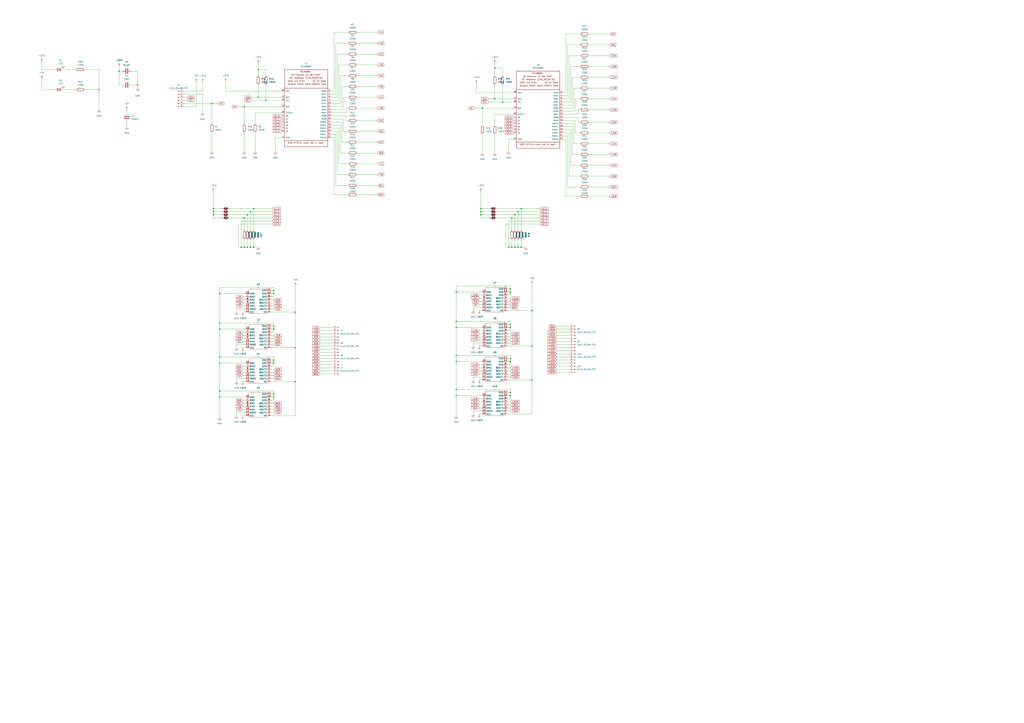
<source format=kicad_sch>
(kicad_sch (version 20231120) (generator "eeschema") (generator_version "8.0")
  (paper "A1")
  (junction (at 200.66 87.63))
  (junction (at 436.88 255.27))
  (junction (at 374.65 320.04))
  (junction (at 203.2 176.53))
  (junction (at 422.91 176.53))
  (junction (at 175.26 176.53))
  (junction (at 200.66 179.07))
  (junction (at 406.4 55.88))
  (junction (at 203.2 203.2))
  (junction (at 224.79 238.76))
  (junction (at 224.79 295.91))
  (junction (at 419.1 266.7))
  (junction (at 205.74 203.2))
  (junction (at 374.65 240.03))
  (junction (at 97.79 58.42))
  (junction (at 374.65 325.12))
  (junction (at 419.1 294.64))
  (junction (at 208.28 203.2))
  (junction (at 198.12 203.2))
  (junction (at 224.79 241.3))
  (junction (at 419.1 269.24))
  (junction (at 425.45 173.99))
  (junction (at 224.79 326.39))
  (junction (at 200.66 203.2))
  (junction (at 419.1 322.58))
  (junction (at 394.97 176.53))
  (junction (at 175.26 173.99))
  (junction (at 242.57 313.69))
  (junction (at 180.34 298.45))
  (junction (at 180.34 326.39))
  (junction (at 436.88 284.48))
  (junction (at 427.99 171.45))
  (junction (at 422.91 203.2))
  (junction (at 173.99 85.09))
  (junction (at 180.34 265.43))
  (junction (at 208.28 171.45))
  (junction (at 212.09 57.15))
  (junction (at 374.65 297.18))
  (junction (at 419.1 325.12))
  (junction (at 218.44 82.55))
  (junction (at 425.45 203.2))
  (junction (at 81.28 73.66))
  (junction (at 175.26 171.45))
  (junction (at 374.65 264.16))
  (junction (at 242.57 285.75))
  (junction (at 205.74 173.99))
  (junction (at 224.79 323.85))
  (junction (at 419.1 297.18))
  (junction (at 417.83 203.2))
  (junction (at 180.34 293.37))
  (junction (at 396.24 88.9))
  (junction (at 420.37 179.07))
  (junction (at 412.75 83.82))
  (junction (at 394.97 171.45))
  (junction (at 113.03 69.85))
  (junction (at 420.37 203.2))
  (junction (at 419.1 237.49))
  (junction (at 224.79 270.51))
  (junction (at 242.57 256.54))
  (junction (at 180.34 270.51))
  (junction (at 394.97 173.99))
  (junction (at 436.88 312.42))
  (junction (at 180.34 241.3))
  (junction (at 224.79 298.45))
  (junction (at 212.09 80.01))
  (junction (at 427.99 203.2))
  (junction (at 419.1 240.03))
  (junction (at 374.65 269.24))
  (junction (at 374.65 292.1))
  (junction (at 406.4 81.28))
  (junction (at 180.34 321.31))
  (junction (at 224.79 267.97))
  (wire (pts (xy 173.99 109.22) (xy 173.99 124.46)))
  (wire (pts (xy 224.79 334.01) (xy 222.25 334.01)))
  (wire (pts (xy 466.09 153.67) (xy 466.09 111.76)))
  (wire (pts (xy 195.58 87.63) (xy 200.66 87.63)))
  (wire (pts (xy 224.79 246.38) (xy 222.25 246.38)))
  (wire (pts (xy 406.4 81.28) (xy 421.64 81.28)))
  (wire (pts (xy 436.88 233.68) (xy 436.88 255.27)))
  (wire (pts (xy 273.05 279.4) (xy 262.89 279.4)))
  (wire (pts (xy 467.36 280.67) (xy 457.2 280.67)))
  (wire (pts (xy 81.28 57.15) (xy 81.28 73.66)))
  (wire (pts (xy 199.39 256.54) (xy 201.93 256.54)))
  (wire (pts (xy 175.26 171.45) (xy 175.26 173.99)))
  (wire (pts (xy 280.67 71.12) (xy 280.67 87.63)))
  (wire (pts (xy 278.13 105.41) (xy 271.78 105.41)))
  (wire (pts (xy 224.79 331.47) (xy 222.25 331.47)))
  (wire (pts (xy 81.28 73.66) (xy 81.28 90.17)))
  (wire (pts (xy 388.62 281.94) (xy 396.24 281.94)))
  (wire (pts (xy 471.17 72.39) (xy 476.25 72.39)))
  (wire (pts (xy 422.91 176.53) (xy 443.23 176.53)))
  (wire (pts (xy 393.7 250.19) (xy 396.24 250.19)))
  (wire (pts (xy 466.09 78.74) (xy 462.28 78.74)))
  (wire (pts (xy 464.82 76.2) (xy 462.28 76.2)))
  (wire (pts (xy 406.4 110.49) (xy 406.4 125.73)))
  (wire (pts (xy 185.42 67.31) (xy 185.42 74.93)))
  (wire (pts (xy 180.34 265.43) (xy 180.34 241.3)))
  (wire (pts (xy 474.98 96.52) (xy 462.28 96.52)))
  (wire (pts (xy 107.95 69.85) (xy 113.03 69.85)))
  (wire (pts (xy 34.29 50.8) (xy 34.29 57.15)))
  (wire (pts (xy 273.05 304.8) (xy 262.89 304.8)))
  (wire (pts (xy 151.13 85.09) (xy 173.99 85.09)))
  (wire (pts (xy 212.09 52.07) (xy 212.09 57.15)))
  (wire (pts (xy 467.36 290.83) (xy 457.2 290.83)))
  (wire (pts (xy 467.36 293.37) (xy 457.2 293.37)))
  (wire (pts (xy 419.1 250.19) (xy 416.56 250.19)))
  (wire (pts (xy 275.59 152.4) (xy 285.75 152.4)))
  (wire (pts (xy 113.03 69.85) (xy 113.03 72.39)))
  (wire (pts (xy 436.88 284.48) (xy 416.56 284.48)))
  (wire (pts (xy 483.87 90.17) (xy 500.38 90.17)))
  (wire (pts (xy 422.91 196.85) (xy 422.91 203.2)))
  (wire (pts (xy 69.85 73.66) (xy 81.28 73.66)))
  (wire (pts (xy 242.57 285.75) (xy 222.25 285.75)))
  (wire (pts (xy 483.87 144.78) (xy 500.38 144.78)))
  (wire (pts (xy 467.36 300.99) (xy 457.2 300.99)))
  (wire (pts (xy 224.79 323.85) (xy 224.79 326.39)))
  (wire (pts (xy 467.36 81.28) (xy 462.28 81.28)))
  (wire (pts (xy 276.86 143.51) (xy 276.86 107.95)))
  (wire (pts (xy 419.1 274.32) (xy 416.56 274.32)))
  (wire (pts (xy 224.79 267.97) (xy 224.79 265.43)))
  (wire (pts (xy 180.34 342.9) (xy 180.34 326.39)))
  (wire (pts (xy 293.37 160.02) (xy 309.88 160.02)))
  (wire (pts (xy 224.79 328.93) (xy 224.79 326.39)))
  (wire (pts (xy 467.36 273.05) (xy 457.2 273.05)))
  (wire (pts (xy 374.65 341.63) (xy 374.65 325.12)))
  (wire (pts (xy 464.82 27.94) (xy 464.82 76.2)))
  (wire (pts (xy 180.34 326.39) (xy 201.93 326.39)))
  (wire (pts (xy 198.12 181.61) (xy 198.12 203.2)))
  (wire (pts (xy 199.39 243.84) (xy 201.93 243.84)))
  (wire (pts (xy 222.25 326.39) (xy 224.79 326.39)))
  (wire (pts (xy 222.25 300.99) (xy 224.79 300.99)))
  (wire (pts (xy 180.34 321.31) (xy 180.34 326.39)))
  (wire (pts (xy 242.57 234.95) (xy 242.57 256.54)))
  (wire (pts (xy 416.56 299.72) (xy 419.1 299.72)))
  (wire (pts (xy 200.66 87.63) (xy 231.14 87.63)))
  (wire (pts (xy 194.31 283.21) (xy 201.93 283.21)))
  (wire (pts (xy 419.1 281.94) (xy 416.56 281.94)))
  (wire (pts (xy 284.48 99.06) (xy 284.48 95.25)))
  (wire (pts (xy 222.25 298.45) (xy 224.79 298.45)))
  (wire (pts (xy 208.28 196.85) (xy 208.28 203.2)))
  (wire (pts (xy 284.48 92.71) (xy 271.78 92.71)))
  (wire (pts (xy 467.36 144.78) (xy 467.36 109.22)))
  (wire (pts (xy 166.37 92.71) (xy 166.37 77.47)))
  (wire (pts (xy 200.66 109.22) (xy 200.66 124.46)))
  (wire (pts (xy 419.1 302.26) (xy 416.56 302.26)))
  (wire (pts (xy 436.88 312.42) (xy 416.56 312.42)))
  (wire (pts (xy 419.1 304.8) (xy 416.56 304.8)))
  (wire (pts (xy 224.79 295.91) (xy 224.79 298.45)))
  (wire (pts (xy 427.99 171.45) (xy 443.23 171.45)))
  (wire (pts (xy 242.57 256.54) (xy 242.57 285.75)))
  (wire (pts (xy 224.79 293.37) (xy 180.34 293.37)))
  (wire (pts (xy 274.32 26.67) (xy 285.75 26.67)))
  (wire (pts (xy 200.66 196.85) (xy 200.66 203.2)))
  (wire (pts (xy 276.86 44.45) (xy 276.86 80.01)))
  (wire (pts (xy 284.48 88.9) (xy 285.75 88.9)))
  (wire (pts (xy 394.97 176.53) (xy 394.97 179.07)))
  (wire (pts (xy 52.07 73.66) (xy 62.23 73.66)))
  (wire (pts (xy 34.29 57.15) (xy 44.45 57.15)))
  (wire (pts (xy 205.74 189.23) (xy 205.74 173.99)))
  (wire (pts (xy 396.24 88.9) (xy 421.64 88.9)))
  (wire (pts (xy 293.37 44.45) (xy 309.88 44.45)))
  (wire (pts (xy 273.05 297.18) (xy 262.89 297.18)))
  (wire (pts (xy 175.26 179.07) (xy 181.61 179.07)))
  (wire (pts (xy 406.4 102.87) (xy 406.4 93.98)))
  (wire (pts (xy 173.99 85.09) (xy 173.99 101.6)))
  (wire (pts (xy 199.39 341.63) (xy 201.93 341.63)))
  (wire (pts (xy 474.98 100.33) (xy 474.98 96.52)))
  (wire (pts (xy 483.87 161.29) (xy 500.38 161.29)))
  (wire (pts (xy 199.39 280.67) (xy 201.93 280.67)))
  (wire (pts (xy 419.1 266.7) (xy 416.56 266.7)))
  (wire (pts (xy 425.45 196.85) (xy 425.45 203.2)))
  (wire (pts (xy 224.79 238.76) (xy 224.79 241.3)))
  (wire (pts (xy 419.1 252.73) (xy 416.56 252.73)))
  (wire (pts (xy 472.44 81.28) (xy 476.25 81.28)))
  (wire (pts (xy 393.7 279.4) (xy 396.24 279.4)))
  (wire (pts (xy 199.39 306.07) (xy 201.93 306.07)))
  (wire (pts (xy 419.1 294.64) (xy 416.56 294.64)))
  (wire (pts (xy 175.26 176.53) (xy 175.26 179.07)))
  (wire (pts (xy 483.87 100.33) (xy 500.38 100.33)))
  (wire (pts (xy 274.32 74.93) (xy 271.78 74.93)))
  (wire (pts (xy 293.37 107.95) (xy 309.88 107.95)))
  (wire (pts (xy 293.37 125.73) (xy 309.88 125.73)))
  (wire (pts (xy 483.87 72.39) (xy 500.38 72.39)))
  (wire (pts (xy 467.36 285.75) (xy 457.2 285.75)))
  (wire (pts (xy 279.4 85.09) (xy 271.78 85.09)))
  (wire (pts (xy 464.82 114.3) (xy 462.28 114.3)))
  (wire (pts (xy 412.75 83.82) (xy 421.64 83.82)))
  (wire (pts (xy 208.28 171.45) (xy 189.23 171.45)))
  (wire (pts (xy 412.75 62.23) (xy 412.75 55.88)))
  (wire (pts (xy 199.39 313.69) (xy 201.93 313.69)))
  (wire (pts (xy 419.1 266.7) (xy 419.1 264.16)))
  (wire (pts (xy 200.66 87.63) (xy 200.66 101.6)))
  (wire (pts (xy 468.63 106.68) (xy 462.28 106.68)))
  (wire (pts (xy 242.57 341.63) (xy 222.25 341.63)))
  (wire (pts (xy 394.97 179.07) (xy 401.32 179.07)))
  (wire (pts (xy 203.2 203.2) (xy 205.74 203.2)))
  (wire (pts (xy 419.1 237.49) (xy 419.1 240.03)))
  (wire (pts (xy 275.59 152.4) (xy 275.59 110.49)))
  (wire (pts (xy 281.94 107.95) (xy 285.75 107.95)))
  (wire (pts (xy 224.79 254) (xy 222.25 254)))
  (wire (pts (xy 425.45 173.99) (xy 408.94 173.99)))
  (wire (pts (xy 273.05 307.34) (xy 262.89 307.34)))
  (wire (pts (xy 483.87 109.22) (xy 500.38 109.22)))
  (wire (pts (xy 293.37 80.01) (xy 309.88 80.01)))
  (wire (pts (xy 419.1 322.58) (xy 419.1 325.12)))
  (wire (pts (xy 222.25 243.84) (xy 224.79 243.84)))
  (wire (pts (xy 469.9 63.5) (xy 476.25 63.5)))
  (wire (pts (xy 374.65 320.04) (xy 374.65 297.18)))
  (wire (pts (xy 293.37 152.4) (xy 309.88 152.4)))
  (wire (pts (xy 199.39 331.47) (xy 201.93 331.47)))
  (wire (pts (xy 412.75 55.88) (xy 406.4 55.88)))
  (wire (pts (xy 281.94 97.79) (xy 271.78 97.79)))
  (wire (pts (xy 284.48 88.9) (xy 284.48 92.71)))
  (wire (pts (xy 436.88 340.36) (xy 416.56 340.36)))
  (wire (pts (xy 273.05 284.48) (xy 262.89 284.48)))
  (wire (pts (xy 153.67 80.01) (xy 151.13 80.01)))
  (wire (pts (xy 419.1 337.82) (xy 416.56 337.82)))
  (wire (pts (xy 224.79 311.15) (xy 222.25 311.15)))
  (wire (pts (xy 419.1 271.78) (xy 419.1 269.24)))
  (wire (pts (xy 472.44 99.06) (xy 462.28 99.06)))
  (wire (pts (xy 419.1 234.95) (xy 374.65 234.95)))
  (wire (pts (xy 224.79 323.85) (xy 224.79 321.31)))
  (wire (pts (xy 278.13 53.34) (xy 278.13 82.55)))
  (wire (pts (xy 276.86 80.01) (xy 271.78 80.01)))
  (wire (pts (xy 393.7 284.48) (xy 396.24 284.48)))
  (wire (pts (xy 393.7 330.2) (xy 396.24 330.2)))
  (wire (pts (xy 97.79 54.61) (xy 97.79 58.42)))
  (wire (pts (xy 419.1 322.58) (xy 416.56 322.58)))
  (wire (pts (xy 416.56 242.57) (xy 419.1 242.57)))
  (wire (pts (xy 208.28 171.45) (xy 223.52 171.45)))
  (wire (pts (xy 208.28 203.2) (xy 212.09 203.2)))
  (wire (pts (xy 374.65 269.24) (xy 374.65 264.16)))
  (wire (pts (xy 483.87 127) (xy 500.38 127)))
  (wire (pts (xy 180.34 293.37) (xy 180.34 270.51)))
  (wire (pts (xy 224.79 238.76) (xy 224.79 236.22)))
  (wire (pts (xy 419.1 294.64) (xy 419.1 297.18)))
  (wire (pts (xy 218.44 69.85) (xy 218.44 82.55)))
  (wire (pts (xy 483.87 27.94) (xy 500.38 27.94)))
  (wire (pts (xy 393.7 255.27) (xy 396.24 255.27)))
  (wire (pts (xy 280.67 100.33) (xy 271.78 100.33)))
  (wire (pts (xy 427.99 196.85) (xy 427.99 203.2)))
  (wire (pts (xy 401.32 81.28) (xy 406.4 81.28)))
  (wire (pts (xy 274.32 26.67) (xy 274.32 74.93)))
  (wire (pts (xy 393.7 299.72) (xy 396.24 299.72)))
  (wire (pts (xy 194.31 341.63) (xy 194.31 339.09)))
  (wire (pts (xy 278.13 53.34) (xy 285.75 53.34)))
  (wire (pts (xy 224.79 300.99) (xy 224.79 298.45)))
  (wire (pts (xy 419.1 279.4) (xy 416.56 279.4)))
  (wire (pts (xy 464.82 161.29) (xy 476.25 161.29)))
  (wire (pts (xy 293.37 88.9) (xy 309.88 88.9)))
  (wire (pts (xy 199.39 275.59) (xy 201.93 275.59)))
  (wire (pts (xy 422.91 203.2) (xy 425.45 203.2)))
  (wire (pts (xy 388.62 255.27) (xy 388.62 252.73)))
  (wire (pts (xy 483.87 45.72) (xy 500.38 45.72)))
  (wire (pts (xy 388.62 337.82) (xy 396.24 337.82)))
  (wire (pts (xy 419.1 307.34) (xy 416.56 307.34)))
  (wire (pts (xy 209.55 109.22) (xy 209.55 124.46)))
  (wire (pts (xy 278.13 82.55) (xy 271.78 82.55)))
  (wire (pts (xy 472.44 91.44) (xy 462.28 91.44)))
  (wire (pts (xy 293.37 35.56) (xy 309.88 35.56)))
  (wire (pts (xy 393.7 312.42) (xy 396.24 312.42)))
  (wire (pts (xy 483.87 153.67) (xy 500.38 153.67)))
  (wire (pts (xy 274.32 160.02) (xy 285.75 160.02)))
  (wire (pts (xy 388.62 312.42) (xy 388.62 309.88)))
  (wire (pts (xy 69.85 57.15) (xy 81.28 57.15)))
  (wire (pts (xy 467.36 270.51) (xy 457.2 270.51)))
  (wire (pts (xy 401.32 83.82) (xy 412.75 83.82)))
  (wire (pts (xy 425.45 203.2) (xy 427.99 203.2)))
  (wire (pts (xy 436.88 284.48) (xy 436.88 312.42)))
  (wire (pts (xy 468.63 54.61) (xy 468.63 83.82)))
  (wire (pts (xy 391.16 76.2) (xy 421.64 76.2)))
  (wire (pts (xy 278.13 134.62) (xy 278.13 105.41)))
  (wire (pts (xy 207.01 82.55) (xy 218.44 82.55)))
  (wire (pts (xy 467.36 288.29) (xy 457.2 288.29)))
  (wire (pts (xy 391.16 68.58) (xy 391.16 76.2)))
  (wire (pts (xy 467.36 278.13) (xy 457.2 278.13)))
  (wire (pts (xy 427.99 203.2) (xy 431.8 203.2)))
  (wire (pts (xy 467.36 303.53) (xy 457.2 303.53)))
  (wire (pts (xy 419.1 327.66) (xy 419.1 325.12)))
  (wire (pts (xy 107.95 58.42) (xy 113.03 58.42)))
  (wire (pts (xy 242.57 256.54) (xy 222.25 256.54)))
  (wire (pts (xy 195.58 203.2) (xy 198.12 203.2)))
  (wire (pts (xy 419.1 294.64) (xy 419.1 292.1)))
  (wire (pts (xy 419.1 242.57) (xy 419.1 240.03)))
  (wire (pts (xy 199.39 334.01) (xy 201.93 334.01)))
  (wire (pts (xy 468.63 83.82) (xy 462.28 83.82)))
  (wire (pts (xy 396.24 88.9) (xy 396.24 102.87)))
  (wire (pts (xy 427.99 189.23) (xy 427.99 171.45)))
  (wire (pts (xy 195.58 184.15) (xy 223.52 184.15)))
  (wire (pts (xy 280.67 71.12) (xy 285.75 71.12)))
  (wire (pts (xy 224.79 267.97) (xy 224.79 270.51)))
  (wire (pts (xy 472.44 109.22) (xy 476.25 109.22)))
  (wire (pts (xy 180.34 270.51) (xy 201.93 270.51)))
  (wire (pts (xy 394.97 173.99) (xy 394.97 176.53)))
  (wire (pts (xy 406.4 52.07) (xy 406.4 55.88)))
  (wire (pts (xy 224.79 275.59) (xy 222.25 275.59)))
  (wire (pts (xy 224.79 295.91) (xy 224.79 293.37)))
  (wire (pts (xy 194.31 311.15) (xy 201.93 311.15)))
  (wire (pts (xy 416.56 269.24) (xy 419.1 269.24)))
  (wire (pts (xy 34.29 73.66) (xy 44.45 73.66)))
  (wire (pts (xy 212.09 69.85) (xy 212.09 80.01)))
  (wire (pts (xy 389.89 88.9) (xy 396.24 88.9)))
  (wire (pts (xy 208.28 189.23) (xy 208.28 171.45)))
  (wire (pts (xy 273.05 269.24) (xy 262.89 269.24)))
  (wire (pts (xy 231.14 113.03) (xy 226.06 113.03)))
  (wire (pts (xy 421.64 114.3) (xy 417.83 114.3)))
  (wire (pts (xy 224.79 308.61) (xy 222.25 308.61)))
  (wire (pts (xy 194.31 313.69) (xy 194.31 311.15)))
  (wire (pts (xy 374.65 320.04) (xy 374.65 325.12)))
  (wire (pts (xy 467.36 275.59) (xy 457.2 275.59)))
  (wire (pts (xy 34.29 64.77) (xy 34.29 73.66)))
  (wire (pts (xy 224.79 278.13) (xy 222.25 278.13)))
  (wire (pts (xy 374.65 234.95) (xy 374.65 240.03)))
  (wire (pts (xy 199.39 308.61) (xy 201.93 308.61)))
  (wire (pts (xy 274.32 113.03) (xy 271.78 113.03)))
  (wire (pts (xy 419.1 309.88) (xy 416.56 309.88)))
  (wire (pts (xy 242.57 285.75) (xy 242.57 313.69)))
  (wire (pts (xy 472.44 81.28) (xy 472.44 91.44)))
  (wire (pts (xy 161.29 87.63) (xy 151.13 87.63)))
  (wire (pts (xy 425.45 189.23) (xy 425.45 173.99)))
  (wire (pts (xy 194.31 339.09) (xy 201.93 339.09)))
  (wire (pts (xy 436.88 255.27) (xy 416.56 255.27)))
  (wire (pts (xy 180.34 298.45) (xy 180.34 293.37)))
  (wire (pts (xy 471.17 88.9) (xy 462.28 88.9)))
  (wire (pts (xy 483.87 54.61) (xy 500.38 54.61)))
  (wire (pts (xy 200.66 179.07) (xy 189.23 179.07)))
  (wire (pts (xy 273.05 281.94) (xy 262.89 281.94)))
  (wire (pts (xy 293.37 99.06) (xy 309.88 99.06)))
  (wire (pts (xy 471.17 101.6) (xy 462.28 101.6)))
  (wire (pts (xy 420.37 179.07) (xy 408.94 179.07)))
  (wire (pts (xy 419.1 237.49) (xy 416.56 237.49)))
  (wire (pts (xy 97.79 58.42) (xy 97.79 69.85)))
  (wire (pts (xy 203.2 176.53) (xy 203.2 189.23)))
  (wire (pts (xy 200.66 189.23) (xy 200.66 179.07)))
  (wire (pts (xy 406.4 93.98) (xy 421.64 93.98)))
  (wire (pts (xy 415.29 184.15) (xy 443.23 184.15)))
  (wire (pts (xy 474.98 90.17) (xy 474.98 93.98)))
  (wire (pts (xy 474.98 90.17) (xy 476.25 90.17)))
  (wire (pts (xy 406.4 69.85) (xy 406.4 81.28)))
  (wire (pts (xy 200.66 179.07) (xy 223.52 179.07)))
  (wire (pts (xy 180.34 298.45) (xy 201.93 298.45)))
  (wire (pts (xy 222.25 328.93) (xy 224.79 328.93)))
  (wire (pts (xy 224.79 336.55) (xy 222.25 336.55)))
  (wire (pts (xy 273.05 276.86) (xy 262.89 276.86)))
  (wire (pts (xy 276.86 143.51) (xy 285.75 143.51)))
  (wire (pts (xy 224.79 283.21) (xy 222.25 283.21)))
  (wire (pts (xy 199.39 336.55) (xy 201.93 336.55)))
  (wire (pts (xy 394.97 171.45) (xy 401.32 171.45)))
  (wire (pts (xy 393.7 302.26) (xy 396.24 302.26)))
  (wire (pts (xy 175.26 171.45) (xy 181.61 171.45)))
  (wire (pts (xy 52.07 57.15) (xy 62.23 57.15)))
  (wire (pts (xy 393.7 340.36) (xy 396.24 340.36)))
  (wire (pts (xy 224.79 248.92) (xy 222.25 248.92)))
  (wire (pts (xy 393.7 327.66) (xy 396.24 327.66)))
  (wire (pts (xy 293.37 116.84) (xy 309.88 116.84)))
  (wire (pts (xy 224.79 238.76) (xy 222.25 238.76)))
  (wire (pts (xy 278.13 134.62) (xy 285.75 134.62)))
  (wire (pts (xy 161.29 67.31) (xy 161.29 87.63)))
  (wire (pts (xy 483.87 63.5) (xy 500.38 63.5)))
  (wire (pts (xy 467.36 144.78) (xy 476.25 144.78)))
  (wire (pts (xy 224.79 280.67) (xy 222.25 280.67)))
  (wire (pts (xy 189.23 176.53) (xy 203.2 176.53)))
  (wire (pts (xy 194.31 256.54) (xy 194.31 254)))
  (wire (pts (xy 199.39 285.75) (xy 201.93 285.75)))
  (wire (pts (xy 471.17 72.39) (xy 471.17 88.9)))
  (wire (pts (xy 175.26 176.53) (xy 181.61 176.53)))
  (wire (pts (xy 420.37 189.23) (xy 420.37 179.07)))
  (wire (pts (xy 425.45 173.99) (xy 443.23 173.99)))
  (wire (pts (xy 468.63 135.89) (xy 468.63 106.68)))
  (wire (pts (xy 226.06 113.03) (xy 226.06 124.46)))
  (wire (pts (xy 417.83 203.2) (xy 420.37 203.2)))
  (wire (pts (xy 393.7 274.32) (xy 396.24 274.32)))
  (wire (pts (xy 416.56 327.66) (xy 419.1 327.66)))
  (wire (pts (xy 218.44 82.55) (xy 231.14 82.55)))
  (wire (pts (xy 468.63 135.89) (xy 476.25 135.89)))
  (wire (pts (xy 396.24 110.49) (xy 396.24 125.73)))
  (wire (pts (xy 483.87 118.11) (xy 500.38 118.11)))
  (wire (pts (xy 104.14 100.33) (xy 104.14 104.14)))
  (wire (pts (xy 394.97 176.53) (xy 401.32 176.53)))
  (wire (pts (xy 279.4 62.23) (xy 279.4 85.09)))
  (wire (pts (xy 175.26 157.48) (xy 175.26 171.45)))
  (wire (pts (xy 467.36 109.22) (xy 462.28 109.22)))
  (wire (pts (xy 419.1 237.49) (xy 419.1 234.95)))
  (wire (pts (xy 218.44 62.23) (xy 218.44 57.15)))
  (wire (pts (xy 293.37 53.34) (xy 309.88 53.34)))
  (wire (pts (xy 279.4 102.87) (xy 271.78 102.87)))
  (wire (pts (xy 279.4 62.23) (xy 285.75 62.23)))
  (wire (pts (xy 175.26 173.99) (xy 175.26 176.53)))
  (wire (pts (xy 224.79 339.09) (xy 222.25 339.09)))
  (wire (pts (xy 467.36 45.72) (xy 467.36 81.28)))
  (wire (pts (xy 166.37 74.93) (xy 151.13 74.93)))
  (wire (pts (xy 420.37 196.85) (xy 420.37 203.2)))
  (wire (pts (xy 280.67 87.63) (xy 271.78 87.63)))
  (wire (pts (xy 273.05 274.32) (xy 262.89 274.32)))
  (wire (pts (xy 417.83 114.3) (xy 417.83 124.46)))
  (wire (pts (xy 419.1 245.11) (xy 416.56 245.11)))
  (wire (pts (xy 469.9 127) (xy 476.25 127)))
  (wire (pts (xy 199.39 273.05) (xy 201.93 273.05)))
  (wire (pts (xy 273.05 287.02) (xy 262.89 287.02)))
  (wire (pts (xy 205.74 173.99) (xy 223.52 173.99)))
  (wire (pts (xy 166.37 67.31) (xy 166.37 74.93)))
  (wire (pts (xy 388.62 284.48) (xy 388.62 281.94)))
  (wire (pts (xy 469.9 63.5) (xy 469.9 86.36)))
  (wire (pts (xy 180.34 270.51) (xy 180.34 265.43)))
  (wire (pts (xy 224.79 236.22) (xy 180.34 236.22)))
  (wire (pts (xy 406.4 55.88) (xy 406.4 62.23)))
  (wire (pts (xy 224.79 321.31) (xy 180.34 321.31)))
  (wire (pts (xy 203.2 196.85) (xy 203.2 203.2)))
  (wire (pts (xy 284.48 95.25) (xy 271.78 95.25)))
  (wire (pts (xy 224.79 303.53) (xy 222.25 303.53)))
  (wire (pts (xy 293.37 134.62) (xy 309.88 134.62)))
  (wire (pts (xy 419.1 264.16) (xy 374.65 264.16)))
  (wire (pts (xy 199.39 303.53) (xy 201.93 303.53)))
  (wire (pts (xy 281.94 107.95) (xy 281.94 97.79)))
  (wire (pts (xy 194.31 285.75) (xy 194.31 283.21)))
  (wire (pts (xy 293.37 143.51) (xy 309.88 143.51)))
  (wire (pts (xy 199.39 246.38) (xy 201.93 246.38)))
  (wire (pts (xy 469.9 86.36) (xy 462.28 86.36)))
  (wire (pts (xy 280.67 116.84) (xy 285.75 116.84)))
  (wire (pts (xy 224.79 265.43) (xy 180.34 265.43)))
  (wire (pts (xy 194.31 254) (xy 201.93 254)))
  (wire (pts (xy 419.1 292.1) (xy 374.65 292.1)))
  (wire (pts (xy 415.29 184.15) (xy 415.29 203.2)))
  (wire (pts (xy 222.25 270.51) (xy 224.79 270.51)))
  (wire (pts (xy 419.1 247.65) (xy 416.56 247.65)))
  (wire (pts (xy 427.99 171.45) (xy 408.94 171.45)))
  (wire (pts (xy 199.39 300.99) (xy 201.93 300.99)))
  (wire (pts (xy 471.17 118.11) (xy 471.17 101.6)))
  (wire (pts (xy 422.91 176.53) (xy 422.91 189.23)))
  (wire (pts (xy 113.03 58.42) (xy 113.03 69.85)))
  (wire (pts (xy 466.09 36.83) (xy 466.09 78.74)))
  (wire (pts (xy 284.48 99.06) (xy 285.75 99.06)))
  (wire (pts (xy 474.98 100.33) (xy 476.25 100.33)))
  (wire (pts (xy 212.09 80.01) (xy 231.14 80.01)))
  (wire (pts (xy 275.59 77.47) (xy 271.78 77.47)))
  (wire (pts (xy 467.36 267.97) (xy 457.2 267.97)))
  (wire (pts (xy 185.42 74.93) (xy 231.14 74.93)))
  (wire (pts (xy 374.65 292.1) (xy 374.65 269.24)))
  (wire (pts (xy 104.14 90.17) (xy 104.14 92.71)))
  (wire (pts (xy 224.79 273.05) (xy 224.79 270.51)))
  (wire (pts (xy 198.12 203.2) (xy 200.66 203.2)))
  (wire (pts (xy 279.4 125.73) (xy 285.75 125.73)))
  (wire (pts (xy 416.56 271.78) (xy 419.1 271.78)))
  (wire (pts (xy 436.88 312.42) (xy 436.88 340.36)))
  (wire (pts (xy 224.79 243.84) (xy 224.79 241.3)))
  (wire (pts (xy 388.62 309.88) (xy 396.24 309.88)))
  (wire (pts (xy 419.1 332.74) (xy 416.56 332.74)))
  (wire (pts (xy 393.7 304.8) (xy 396.24 304.8)))
  (wire (pts (xy 467.36 283.21) (xy 457.2 283.21)))
  (wire (pts (xy 222.25 241.3) (xy 224.79 241.3)))
  (wire (pts (xy 466.09 153.67) (xy 476.25 153.67)))
  (wire (pts (xy 273.05 289.56) (xy 262.89 289.56)))
  (wire (pts (xy 276.86 107.95) (xy 271.78 107.95)))
  (wire (pts (xy 388.62 340.36) (xy 388.62 337.82)))
  (wire (pts (xy 207.01 80.01) (xy 212.09 80.01)))
  (wire (pts (xy 394.97 173.99) (xy 401.32 173.99)))
  (wire (pts (xy 198.12 181.61) (xy 223.52 181.61)))
  (wire (pts (xy 166.37 77.47) (xy 151.13 77.47)))
  (wire (pts (xy 242.57 313.69) (xy 222.25 313.69)))
  (wire (pts (xy 393.7 242.57) (xy 396.24 242.57)))
  (wire (pts (xy 419.1 320.04) (xy 374.65 320.04)))
  (wire (pts (xy 275.59 35.56) (xy 285.75 35.56)))
  (wire (pts (xy 97.79 69.85) (xy 100.33 69.85)))
  (wire (pts (xy 374.65 325.12) (xy 396.24 325.12)))
  (wire (pts (xy 472.44 109.22) (xy 472.44 99.06)))
  (wire (pts (xy 212.09 57.15) (xy 212.09 62.23)))
  (wire (pts (xy 224.79 267.97) (xy 222.25 267.97)))
  (wire (pts (xy 209.55 101.6) (xy 209.55 92.71)))
  (wire (pts (xy 408.94 176.53) (xy 422.91 176.53)))
  (wire (pts (xy 393.7 335.28) (xy 396.24 335.28)))
  (wire (pts (xy 175.26 173.99) (xy 181.61 173.99)))
  (wire (pts (xy 416.56 297.18) (xy 419.1 297.18)))
  (wire (pts (xy 393.7 271.78) (xy 396.24 271.78)))
  (wire (pts (xy 273.05 299.72) (xy 262.89 299.72)))
  (wire (pts (xy 419.1 276.86) (xy 416.56 276.86)))
  (wire (pts (xy 374.65 240.03) (xy 396.24 240.03)))
  (wire (pts (xy 293.37 62.23) (xy 309.88 62.23)))
  (wire (pts (xy 374.65 297.18) (xy 396.24 297.18)))
  (wire (pts (xy 273.05 294.64) (xy 262.89 294.64)))
  (wire (pts (xy 467.36 306.07) (xy 457.2 306.07)))
  (wire (pts (xy 222.25 273.05) (xy 224.79 273.05)))
  (wire (pts (xy 419.1 330.2) (xy 416.56 330.2)))
  (wire (pts (xy 388.62 252.73) (xy 396.24 252.73)))
  (wire (pts (xy 420.37 203.2) (xy 422.91 203.2)))
  (wire (pts (xy 281.94 90.17) (xy 271.78 90.17)))
  (wire (pts (xy 199.39 251.46) (xy 201.93 251.46)))
  (wire (pts (xy 205.74 173.99) (xy 189.23 173.99)))
  (wire (pts (xy 279.4 125.73) (xy 279.4 102.87)))
  (wire (pts (xy 393.7 307.34) (xy 396.24 307.34)))
  (wire (pts (xy 419.1 266.7) (xy 419.1 269.24)))
  (wire (pts (xy 417.83 181.61) (xy 417.83 203.2)))
  (wire (pts (xy 374.65 269.24) (xy 396.24 269.24)))
  (wire (pts (xy 281.94 80.01) (xy 281.94 90.17)))
  (wire (pts (xy 468.63 54.61) (xy 476.25 54.61)))
  (wire (pts (xy 195.58 184.15) (xy 195.58 203.2)))
  (wire (pts (xy 273.05 302.26) (xy 262.89 302.26)))
  (wire (pts (xy 224.79 251.46) (xy 222.25 251.46)))
  (wire (pts (xy 275.59 110.49) (xy 271.78 110.49)))
  (wire (pts (xy 203.2 176.53) (xy 223.52 176.53)))
  (wire (pts (xy 153.67 82.55) (xy 151.13 82.55)))
  (wire (pts (xy 466.09 111.76) (xy 462.28 111.76)))
  (wire (pts (xy 374.65 264.16) (xy 374.65 240.03)))
  (wire (pts (xy 173.99 85.09) (xy 179.07 85.09)))
  (wire (pts (xy 180.34 241.3) (xy 201.93 241.3)))
  (wire (pts (xy 415.29 203.2) (xy 417.83 203.2)))
  (wire (pts (xy 200.66 203.2) (xy 203.2 203.2)))
  (wire (pts (xy 180.34 236.22) (xy 180.34 241.3)))
  (wire (pts (xy 466.09 36.83) (xy 476.25 36.83)))
  (wire (pts (xy 180.34 321.31) (xy 180.34 298.45)))
  (wire (pts (xy 224.79 295.91) (xy 222.25 295.91)))
  (wire (pts (xy 464.82 161.29) (xy 464.82 114.3)))
  (wire (pts (xy 293.37 71.12) (xy 309.88 71.12)))
  (wire (pts (xy 199.39 248.92) (xy 201.93 248.92)))
  (wire (pts (xy 205.74 203.2) (xy 208.28 203.2)))
  (wire (pts (xy 420.37 179.07) (xy 443.23 179.07)))
  (wire (pts (xy 242.57 313.69) (xy 242.57 341.63)))
  (wire (pts (xy 293.37 26.67) (xy 309.88 26.67)))
  (wire (pts (xy 273.05 292.1) (xy 262.89 292.1)))
  (wire (pts (xy 483.87 135.89) (xy 500.38 135.89)))
  (wire (pts (xy 274.32 160.02) (xy 274.32 113.03)))
  (wire (pts (xy 374.65 297.18) (xy 374.65 292.1)))
  (wire (pts (xy 275.59 35.56) (xy 275.59 77.47)))
  (wire (pts (xy 97.79 58.42) (xy 100.33 58.42)))
  (wire (pts (xy 276.86 44.45) (xy 285.75 44.45)))
  (wire (pts (xy 273.05 271.78) (xy 262.89 271.78)))
  (wire (pts (xy 394.97 171.45) (xy 394.97 173.99)))
  (wire (pts (xy 281.94 80.01) (xy 285.75 80.01)))
  (wire (pts (xy 464.82 27.94) (xy 476.25 27.94)))
  (wire (pts (xy 394.97 157.48) (xy 394.97 171.45)))
  (wire (pts (xy 280.67 116.84) (xy 280.67 100.33)))
  (wire (pts (xy 469.9 127) (xy 469.9 104.14)))
  (wire (pts (xy 416.56 240.03) (xy 419.1 240.03)))
  (wire (pts (xy 467.36 298.45) (xy 457.2 298.45)))
  (wire (pts (xy 419.1 322.58) (xy 419.1 320.04)))
  (wire (pts (xy 393.7 332.74) (xy 396.24 332.74)))
  (wire (pts (xy 417.83 181.61) (xy 443.23 181.61)))
  (wire (pts (xy 393.7 276.86) (xy 396.24 276.86)))
  (wire (pts (xy 483.87 81.28) (xy 500.38 81.28)))
  (wire (pts (xy 483.87 36.83) (xy 500.38 36.83)))
  (wire (pts (xy 412.75 69.85) (xy 412.75 83.82)))
  (wire (pts (xy 199.39 278.13) (xy 201.93 278.13)))
  (wire (pts (xy 469.9 104.14) (xy 462.28 104.14)))
  (wire (pts (xy 199.39 328.93) (xy 201.93 328.93)))
  (wire (pts (xy 467.36 295.91) (xy 457.2 295.91)))
  (wire (pts (xy 474.98 93.98) (xy 462.28 93.98)))
  (wire (pts (xy 393.7 245.11) (xy 396.24 245.11)))
  (wire (pts (xy 209.55 92.71) (xy 231.14 92.71)))
  (wire (pts (xy 393.7 247.65) (xy 396.24 247.65)))
  (wire (pts (xy 224.79 306.07) (xy 222.25 306.07)))
  (wire (pts (xy 416.56 325.12) (xy 419.1 325.12)))
  (wire (pts (xy 471.17 118.11) (xy 476.25 118.11)))
  (wire (pts (xy 436.88 255.27) (xy 436.88 284.48)))
  (wire (pts (xy 467.36 45.72) (xy 476.25 45.72)))
  (wire (pts (xy 205.74 196.85) (xy 205.74 203.2)))
  (wire (pts (xy 224.79 323.85) (xy 222.25 323.85)))
  (wire (pts (xy 419.1 335.28) (xy 416.56 335.28)))
  (wire (pts (xy 419.1 299.72) (xy 419.1 297.18)))
  (wire (pts (xy 218.44 57.15) (xy 212.09 57.15)))
  (global_label "OE" (shape input) (at 195.58 87.63 180) (property "Intersheetrefs" "${INTERSHEET_REFS}" (effects (hide yes))))
  (global_label "15IA" (shape input) (at 500.38 135.89 0) (property "Intersheetrefs" "${INTERSHEET_REFS}" (effects (hide yes))))
  (global_label "4IB" (shape input) (at 199.39 273.05 180) (property "Intersheetrefs" "${INTERSHEET_REFS}" (effects (hide yes))))
  (global_label "14IB" (shape input) (at 393.7 299.72 180) (property "Intersheetrefs" "${INTERSHEET_REFS}" (effects (hide yes))))
  (global_label "A1_0" (shape input) (at 223.52 171.45 0) (property "Intersheetrefs" "${INTERSHEET_REFS}" (effects (hide yes))))
  (global_label "5OA" (shape input) (at 262.89 289.56 180) (property "Intersheetrefs" "${INTERSHEET_REFS}" (effects (hide yes))))
  (global_label "5OB" (shape input) (at 262.89 292.1 180) (property "Intersheetrefs" "${INTERSHEET_REFS}" (effects (hide yes))))
  (global_label "16OB" (shape input) (at 457.2 306.07 180) (property "Intersheetrefs" "${INTERSHEET_REFS}" (effects (hide yes))))
  (global_label "2OB" (shape input) (at 262.89 276.86 180) (property "Intersheetrefs" "${INTERSHEET_REFS}" (effects (hide yes))))
  (global_label "12OA" (shape input) (at 457.2 283.21 180) (property "Intersheetrefs" "${INTERSHEET_REFS}" (effects (hide yes))))
  (global_label "13IA" (shape input) (at 393.7 307.34 180) (property "Intersheetrefs" "${INTERSHEET_REFS}" (effects (hide yes))))
  (global_label "2IA" (shape input) (at 309.88 44.45 0) (property "Intersheetrefs" "${INTERSHEET_REFS}" (effects (hide yes))))
  (global_label "6OB" (shape input) (at 262.89 297.18 180) (property "Intersheetrefs" "${INTERSHEET_REFS}" (effects (hide yes))))
  (global_label "2OB" (shape input) (at 224.79 246.38 0) (property "Intersheetrefs" "${INTERSHEET_REFS}" (effects (hide yes))))
  (global_label "15IB" (shape input) (at 500.38 144.78 0) (property "Intersheetrefs" "${INTERSHEET_REFS}" (effects (hide yes))))
  (global_label "1OA" (shape input) (at 224.79 254 0) (property "Intersheetrefs" "${INTERSHEET_REFS}" (effects (hide yes))))
  (global_label "9IB" (shape input) (at 393.7 247.65 180) (property "Intersheetrefs" "${INTERSHEET_REFS}" (effects (hide yes))))
  (global_label "3OA" (shape input) (at 224.79 283.21 0) (property "Intersheetrefs" "${INTERSHEET_REFS}" (effects (hide yes))))
  (global_label "A1_1" (shape input) (at 223.52 173.99 0) (property "Intersheetrefs" "${INTERSHEET_REFS}" (effects (hide yes))))
  (global_label "2IB" (shape input) (at 309.88 53.34 0) (property "Intersheetrefs" "${INTERSHEET_REFS}" (effects (hide yes))))
  (global_label "15OA" (shape input) (at 419.1 337.82 0) (property "Intersheetrefs" "${INTERSHEET_REFS}" (effects (hide yes))))
  (global_label "2OA" (shape input) (at 262.89 274.32 180) (property "Intersheetrefs" "${INTERSHEET_REFS}" (effects (hide yes))))
  (global_label "10OB" (shape input) (at 419.1 245.11 0) (property "Intersheetrefs" "${INTERSHEET_REFS}" (effects (hide yes))))
  (global_label "4OA" (shape input) (at 224.79 278.13 0) (property "Intersheetrefs" "${INTERSHEET_REFS}" (effects (hide yes))))
  (global_label "6IB" (shape input) (at 199.39 300.99 180) (property "Intersheetrefs" "${INTERSHEET_REFS}" (effects (hide yes))))
  (global_label "4IA" (shape input) (at 199.39 275.59 180) (property "Intersheetrefs" "${INTERSHEET_REFS}" (effects (hide yes))))
  (global_label "10IB" (shape input) (at 500.38 54.61 0) (property "Intersheetrefs" "${INTERSHEET_REFS}" (effects (hide yes))))
  (global_label "11OB" (shape input) (at 457.2 280.67 180) (property "Intersheetrefs" "${INTERSHEET_REFS}" (effects (hide yes))))
  (global_label "5IB" (shape input) (at 199.39 306.07 180) (property "Intersheetrefs" "${INTERSHEET_REFS}" (effects (hide yes))))
  (global_label "1IB" (shape input) (at 199.39 248.92 180) (property "Intersheetrefs" "${INTERSHEET_REFS}" (effects (hide yes))))
  (global_label "A2_1" (shape input) (at 421.64 99.06 180) (property "Intersheetrefs" "${INTERSHEET_REFS}" (effects (hide yes))))
  (global_label "6OA" (shape input) (at 262.89 294.64 180) (property "Intersheetrefs" "${INTERSHEET_REFS}" (effects (hide yes))))
  (global_label "5IA" (shape input) (at 199.39 308.61 180) (property "Intersheetrefs" "${INTERSHEET_REFS}" (effects (hide yes))))
  (global_label "1IB" (shape input) (at 309.88 35.56 0) (property "Intersheetrefs" "${INTERSHEET_REFS}" (effects (hide yes))))
  (global_label "A2_5" (shape input) (at 443.23 184.15 0) (property "Intersheetrefs" "${INTERSHEET_REFS}" (effects (hide yes))))
  (global_label "2OA" (shape input) (at 224.79 248.92 0) (property "Intersheetrefs" "${INTERSHEET_REFS}" (effects (hide yes))))
  (global_label "7OA" (shape input) (at 224.79 339.09 0) (property "Intersheetrefs" "${INTERSHEET_REFS}" (effects (hide yes))))
  (global_label "7IB" (shape input) (at 309.88 143.51 0) (property "Intersheetrefs" "${INTERSHEET_REFS}" (effects (hide yes))))
  (global_label "9OA" (shape input) (at 457.2 267.97 180) (property "Intersheetrefs" "${INTERSHEET_REFS}" (effects (hide yes))))
  (global_label "14OB" (shape input) (at 419.1 302.26 0) (property "Intersheetrefs" "${INTERSHEET_REFS}" (effects (hide yes))))
  (global_label "A2_2" (shape input) (at 443.23 176.53 0) (property "Intersheetrefs" "${INTERSHEET_REFS}" (effects (hide yes))))
  (global_label "SCL" (shape input) (at 153.67 82.55 0) (property "Intersheetrefs" "${INTERSHEET_REFS}" (effects (hide yes))))
  (global_label "8OA" (shape input) (at 224.79 334.01 0) (property "Intersheetrefs" "${INTERSHEET_REFS}" (effects (hide yes))))
  (global_label "SDA" (shape input) (at 401.32 81.28 180) (property "Intersheetrefs" "${INTERSHEET_REFS}" (effects (hide yes))))
  (global_label "13OB" (shape input) (at 457.2 290.83 180) (property "Intersheetrefs" "${INTERSHEET_REFS}" (effects (hide yes))))
  (global_label "3OB" (shape input) (at 262.89 281.94 180) (property "Intersheetrefs" "${INTERSHEET_REFS}" (effects (hide yes))))
  (global_label "10OA" (shape input) (at 419.1 247.65 0) (property "Intersheetrefs" "${INTERSHEET_REFS}" (effects (hide yes))))
  (global_label "7IA" (shape input) (at 199.39 336.55 180) (property "Intersheetrefs" "${INTERSHEET_REFS}" (effects (hide yes))))
  (global_label "A1_0" (shape input) (at 231.14 95.25 180) (property "Intersheetrefs" "${INTERSHEET_REFS}" (effects (hide yes))))
  (global_label "16IB" (shape input) (at 393.7 327.66 180) (property "Intersheetrefs" "${INTERSHEET_REFS}" (effects (hide yes))))
  (global_label "6IA" (shape input) (at 199.39 303.53 180) (property "Intersheetrefs" "${INTERSHEET_REFS}" (effects (hide yes))))
  (global_label "1OA" (shape input) (at 262.89 269.24 180) (property "Intersheetrefs" "${INTERSHEET_REFS}" (effects (hide yes))))
  (global_label "14IB" (shape input) (at 500.38 127 0) (property "Intersheetrefs" "${INTERSHEET_REFS}" (effects (hide yes))))
  (global_label "16IB" (shape input) (at 500.38 161.29 0) (property "Intersheetrefs" "${INTERSHEET_REFS}" (effects (hide yes))))
  (global_label "14OB" (shape input) (at 457.2 295.91 180) (property "Intersheetrefs" "${INTERSHEET_REFS}" (effects (hide yes))))
  (global_label "12IB" (shape input) (at 393.7 271.78 180) (property "Intersheetrefs" "${INTERSHEET_REFS}" (effects (hide yes))))
  (global_label "SDA" (shape input) (at 153.67 80.01 0) (property "Intersheetrefs" "${INTERSHEET_REFS}" (effects (hide yes))))
  (global_label "6OA" (shape input) (at 224.79 306.07 0) (property "Intersheetrefs" "${INTERSHEET_REFS}" (effects (hide yes))))
  (global_label "10OB" (shape input) (at 457.2 275.59 180) (property "Intersheetrefs" "${INTERSHEET_REFS}" (effects (hide yes))))
  (global_label "1IA" (shape input) (at 309.88 26.67 0) (property "Intersheetrefs" "${INTERSHEET_REFS}" (effects (hide yes))))
  (global_label "A1_2" (shape input) (at 231.14 100.33 180) (property "Intersheetrefs" "${INTERSHEET_REFS}" (effects (hide yes))))
  (global_label "13OA" (shape input) (at 419.1 309.88 0) (property "Intersheetrefs" "${INTERSHEET_REFS}" (effects (hide yes))))
  (global_label "A1_1" (shape input) (at 231.14 97.79 180) (property "Intersheetrefs" "${INTERSHEET_REFS}" (effects (hide yes))))
  (global_label "13OA" (shape input) (at 457.2 288.29 180) (property "Intersheetrefs" "${INTERSHEET_REFS}" (effects (hide yes))))
  (global_label "9IB" (shape input) (at 500.38 36.83 0) (property "Intersheetrefs" "${INTERSHEET_REFS}" (effects (hide yes))))
  (global_label "SCL" (shape input) (at 401.32 83.82 180) (property "Intersheetrefs" "${INTERSHEET_REFS}" (effects (hide yes))))
  (global_label "10IA" (shape input) (at 500.38 45.72 0) (property "Intersheetrefs" "${INTERSHEET_REFS}" (effects (hide yes))))
  (global_label "12IB" (shape input) (at 500.38 90.17 0) (property "Intersheetrefs" "${INTERSHEET_REFS}" (effects (hide yes))))
  (global_label "14IA" (shape input) (at 393.7 302.26 180) (property "Intersheetrefs" "${INTERSHEET_REFS}" (effects (hide yes))))
  (global_label "9IA" (shape input) (at 393.7 250.19 180) (property "Intersheetrefs" "${INTERSHEET_REFS}" (effects (hide yes))))
  (global_label "11OB" (shape input) (at 419.1 279.4 0) (property "Intersheetrefs" "${INTERSHEET_REFS}" (effects (hide yes))))
  (global_label "A2_4" (shape input) (at 443.23 181.61 0) (property "Intersheetrefs" "${INTERSHEET_REFS}" (effects (hide yes))))
  (global_label "8OA" (shape input) (at 262.89 304.8 180) (property "Intersheetrefs" "${INTERSHEET_REFS}" (effects (hide yes))))
  (global_label "16OA" (shape input) (at 419.1 332.74 0) (property "Intersheetrefs" "${INTERSHEET_REFS}" (effects (hide yes))))
  (global_label "8OB" (shape input) (at 224.79 331.47 0) (property "Intersheetrefs" "${INTERSHEET_REFS}" (effects (hide yes))))
  (global_label "12OB" (shape input) (at 419.1 274.32 0) (property "Intersheetrefs" "${INTERSHEET_REFS}" (effects (hide yes))))
  (global_label "15OA" (shape input) (at 457.2 298.45 180) (property "Intersheetrefs" "${INTERSHEET_REFS}" (effects (hide yes))))
  (global_label "4IB" (shape input) (at 309.88 88.9 0) (property "Intersheetrefs" "${INTERSHEET_REFS}" (effects (hide yes))))
  (global_label "9IA" (shape input) (at 500.38 27.94 0) (property "Intersheetrefs" "${INTERSHEET_REFS}" (effects (hide yes))))
  (global_label "A1_5" (shape input) (at 231.14 107.95 180) (property "Intersheetrefs" "${INTERSHEET_REFS}" (effects (hide yes))))
  (global_label "9OB" (shape input) (at 457.2 270.51 180) (property "Intersheetrefs" "${INTERSHEET_REFS}" (effects (hide yes))))
  (global_label "2IB" (shape input) (at 199.39 243.84 180) (property "Intersheetrefs" "${INTERSHEET_REFS}" (effects (hide yes))))
  (global_label "A1_3" (shape input) (at 223.52 179.07 0) (property "Intersheetrefs" "${INTERSHEET_REFS}" (effects (hide yes))))
  (global_label "1IA" (shape input) (at 199.39 251.46 180) (property "Intersheetrefs" "${INTERSHEET_REFS}" (effects (hide yes))))
  (global_label "12OB" (shape input) (at 457.2 285.75 180) (property "Intersheetrefs" "${INTERSHEET_REFS}" (effects (hide yes))))
  (global_label "10IA" (shape input) (at 393.7 245.11 180) (property "Intersheetrefs" "${INTERSHEET_REFS}" (effects (hide yes))))
  (global_label "A1_3" (shape input) (at 231.14 102.87 180) (property "Intersheetrefs" "${INTERSHEET_REFS}" (effects (hide yes))))
  (global_label "A1_2" (shape input) (at 223.52 176.53 0) (property "Intersheetrefs" "${INTERSHEET_REFS}" (effects (hide yes))))
  (global_label "A1_4" (shape input) (at 231.14 105.41 180) (property "Intersheetrefs" "${INTERSHEET_REFS}" (effects (hide yes))))
  (global_label "8IA" (shape input) (at 309.88 152.4 0) (property "Intersheetrefs" "${INTERSHEET_REFS}" (effects (hide yes))))
  (global_label "1OB" (shape input) (at 262.89 271.78 180) (property "Intersheetrefs" "${INTERSHEET_REFS}" (effects (hide yes))))
  (global_label "16IA" (shape input) (at 500.38 153.67 0) (property "Intersheetrefs" "${INTERSHEET_REFS}" (effects (hide yes))))
  (global_label "5IA" (shape input) (at 309.88 99.06 0) (property "Intersheetrefs" "${INTERSHEET_REFS}" (effects (hide yes))))
  (global_label "4OA" (shape input) (at 262.89 284.48 180) (property "Intersheetrefs" "${INTERSHEET_REFS}" (effects (hide yes))))
  (global_label "11OA" (shape input) (at 457.2 278.13 180) (property "Intersheetrefs" "${INTERSHEET_REFS}" (effects (hide yes))))
  (global_label "1OB" (shape input) (at 224.79 251.46 0) (property "Intersheetrefs" "${INTERSHEET_REFS}" (effects (hide yes))))
  (global_label "11IA" (shape input) (at 500.38 63.5 0) (property "Intersheetrefs" "${INTERSHEET_REFS}" (effects (hide yes))))
  (global_label "A2_0" (shape input) (at 421.64 96.52 180) (property "Intersheetrefs" "${INTERSHEET_REFS}" (effects (hide yes))))
  (global_label "9OA" (shape input) (at 419.1 252.73 0) (property "Intersheetrefs" "${INTERSHEET_REFS}" (effects (hide yes))))
  (global_label "13IA" (shape input) (at 500.38 100.33 0) (property "Intersheetrefs" "${INTERSHEET_REFS}" (effects (hide yes))))
  (global_label "8IB" (shape input) (at 199.39 328.93 180) (property "Intersheetrefs" "${INTERSHEET_REFS}" (effects (hide yes))))
  (global_label "10OA" (shape input) (at 457.2 273.05 180) (property "Intersheetrefs" "${INTERSHEET_REFS}" (effects (hide yes))))
  (global_label "7IB" (shape input) (at 199.39 334.01 180) (property "Intersheetrefs" "${INTERSHEET_REFS}" (effects (hide yes))))
  (global_label "A2_3" (shape input) (at 421.64 104.14 180) (property "Intersheetrefs" "${INTERSHEET_REFS}" (effects (hide yes))))
  (global_label "3OB" (shape input) (at 224.79 280.67 0) (property "Intersheetrefs" "${INTERSHEET_REFS}" (effects (hide yes))))
  (global_label "A2_4" (shape input) (at 421.64 106.68 180) (property "Intersheetrefs" "${INTERSHEET_REFS}" (effects (hide yes))))
  (global_label "6OB" (shape input) (at 224.79 303.53 0) (property "Intersheetrefs" "${INTERSHEET_REFS}" (effects (hide yes))))
  (global_label "3OA" (shape input) (at 262.89 279.4 180) (property "Intersheetrefs" "${INTERSHEET_REFS}" (effects (hide yes))))
  (global_label "16IA" (shape input) (at 393.7 330.2 180) (property "Intersheetrefs" "${INTERSHEET_REFS}" (effects (hide yes))))
  (global_label "15IB" (shape input) (at 393.7 332.74 180) (property "Intersheetrefs" "${INTERSHEET_REFS}" (effects (hide yes))))
  (global_label "A2_3" (shape input) (at 443.23 179.07 0) (property "Intersheetrefs" "${INTERSHEET_REFS}" (effects (hide yes))))
  (global_label "14OA" (shape input) (at 457.2 293.37 180) (property "Intersheetrefs" "${INTERSHEET_REFS}" (effects (hide yes))))
  (global_label "SDA" (shape input) (at 207.01 80.01 180) (property "Intersheetrefs" "${INTERSHEET_REFS}" (effects (hide yes))))
  (global_label "5OA" (shape input) (at 224.79 311.15 0) (property "Intersheetrefs" "${INTERSHEET_REFS}" (effects (hide yes))))
  (global_label "8OB" (shape input) (at 262.89 307.34 180) (property "Intersheetrefs" "${INTERSHEET_REFS}" (effects (hide yes))))
  (global_label "OE" (shape input) (at 389.89 88.9 180) (property "Intersheetrefs" "${INTERSHEET_REFS}" (effects (hide yes))))
  (global_label "11OA" (shape input) (at 419.1 281.94 0) (property "Intersheetrefs" "${INTERSHEET_REFS}" (effects (hide yes))))
  (global_label "16OB" (shape input) (at 419.1 330.2 0) (property "Intersheetrefs" "${INTERSHEET_REFS}" (effects (hide yes))))
  (global_label "7IA" (shape input) (at 309.88 134.62 0) (property "Intersheetrefs" "${INTERSHEET_REFS}" (effects (hide yes))))
  (global_label "2IA" (shape input) (at 199.39 246.38 180) (property "Intersheetrefs" "${INTERSHEET_REFS}" (effects (hide yes))))
  (global_label "A2_1" (shape input) (at 443.23 173.99 0) (property "Intersheetrefs" "${INTERSHEET_REFS}" (effects (hide yes))))
  (global_label "12IA" (shape input) (at 393.7 274.32 180) (property "Intersheetrefs" "${INTERSHEET_REFS}" (effects (hide yes))))
  (global_label "13IB" (shape input) (at 393.7 304.8 180) (property "Intersheetrefs" "${INTERSHEET_REFS}" (effects (hide yes))))
  (global_label "OE" (shape input) (at 179.07 85.09 0) (property "Intersheetrefs" "${INTERSHEET_REFS}" (effects (hide yes))))
  (global_label "7OA" (shape input) (at 262.89 299.72 180) (property "Intersheetrefs" "${INTERSHEET_REFS}" (effects (hide yes))))
  (global_label "SCL" (shape input) (at 207.01 82.55 180) (property "Intersheetrefs" "${INTERSHEET_REFS}" (effects (hide yes))))
  (global_label "3IB" (shape input) (at 199.39 278.13 180) (property "Intersheetrefs" "${INTERSHEET_REFS}" (effects (hide yes))))
  (global_label "5IB" (shape input) (at 309.88 107.95 0) (property "Intersheetrefs" "${INTERSHEET_REFS}" (effects (hide yes))))
  (global_label "11IB" (shape input) (at 393.7 276.86 180) (property "Intersheetrefs" "${INTERSHEET_REFS}" (effects (hide yes))))
  (global_label "13OB" (shape input) (at 419.1 307.34 0) (property "Intersheetrefs" "${INTERSHEET_REFS}" (effects (hide yes))))
  (global_label "4OB" (shape input) (at 224.79 275.59 0) (property "Intersheetrefs" "${INTERSHEET_REFS}" (effects (hide yes))))
  (global_label "10IB" (shape input) (at 393.7 242.57 180) (property "Intersheetrefs" "${INTERSHEET_REFS}" (effects (hide yes))))
  (global_label "14IA" (shape input) (at 500.38 118.11 0) (property "Intersheetrefs" "${INTERSHEET_REFS}" (effects (hide yes))))
  (global_label "A2_0" (shape input) (at 443.23 171.45 0) (property "Intersheetrefs" "${INTERSHEET_REFS}" (effects (hide yes))))
  (global_label "15IA" (shape input) (at 393.7 335.28 180) (property "Intersheetrefs" "${INTERSHEET_REFS}" (effects (hide yes))))
  (global_label "15OB" (shape input) (at 457.2 300.99 180) (property "Intersheetrefs" "${INTERSHEET_REFS}" (effects (hide yes))))
  (global_label "3IA" (shape input) (at 199.39 280.67 180) (property "Intersheetrefs" "${INTERSHEET_REFS}" (effects (hide yes))))
  (global_label "11IA" (shape input) (at 393.7 279.4 180) (property "Intersheetrefs" "${INTERSHEET_REFS}" (effects (hide yes))))
  (global_label "5OB" (shape input) (at 224.79 308.61 0) (property "Intersheetrefs" "${INTERSHEET_REFS}" (effects (hide yes))))
  (global_label "A2_2" (shape input) (at 421.64 101.6 180) (property "Intersheetrefs" "${INTERSHEET_REFS}" (effects (hide yes))))
  (global_label "16OA" (shape input) (at 457.2 303.53 180) (property "Intersheetrefs" "${INTERSHEET_REFS}" (effects (hide yes))))
  (global_label "12OA" (shape input) (at 419.1 276.86 0) (property "Intersheetrefs" "${INTERSHEET_REFS}" (effects (hide yes))))
  (global_label "A1_4" (shape input) (at 223.52 181.61 0) (property "Intersheetrefs" "${INTERSHEET_REFS}" (effects (hide yes))))
  (global_label "13IB" (shape input) (at 500.38 109.22 0) (property "Intersheetrefs" "${INTERSHEET_REFS}" (effects (hide yes))))
  (global_label "15OB" (shape input) (at 419.1 335.28 0) (property "Intersheetrefs" "${INTERSHEET_REFS}" (effects (hide yes))))
  (global_label "3IB" (shape input) (at 309.88 71.12 0) (property "Intersheetrefs" "${INTERSHEET_REFS}" (effects (hide yes))))
  (global_label "9OB" (shape input) (at 419.1 250.19 0) (property "Intersheetrefs" "${INTERSHEET_REFS}" (effects (hide yes))))
  (global_label "3IA" (shape input) (at 309.88 62.23 0) (property "Intersheetrefs" "${INTERSHEET_REFS}" (effects (hide yes))))
  (global_label "14OA" (shape input) (at 419.1 304.8 0) (property "Intersheetrefs" "${INTERSHEET_REFS}" (effects (hide yes))))
  (global_label "6IA" (shape input) (at 309.88 116.84 0) (property "Intersheetrefs" "${INTERSHEET_REFS}" (effects (hide yes))))
  (global_label "A1_5" (shape input) (at 223.52 184.15 0) (property "Intersheetrefs" "${INTERSHEET_REFS}" (effects (hide yes))))
  (global_label "4OB" (shape input) (at 262.89 287.02 180) (property "Intersheetrefs" "${INTERSHEET_REFS}" (effects (hide yes))))
  (global_label "12IA" (shape input) (at 500.38 81.28 0) (property "Intersheetrefs" "${INTERSHEET_REFS}" (effects (hide yes))))
  (global_label "8IA" (shape input) (at 199.39 331.47 180) (property "Intersheetrefs" "${INTERSHEET_REFS}" (effects (hide yes))))
  (global_label "4IA" (shape input) (at 309.88 80.01 0) (property "Intersheetrefs" "${INTERSHEET_REFS}" (effects (hide yes))))
  (global_label "7OB" (shape input) (at 224.79 336.55 0) (property "Intersheetrefs" "${INTERSHEET_REFS}" (effects (hide yes))))
  (global_label "A2_5" (shape input) (at 421.64 109.22 180) (property "Intersheetrefs" "${INTERSHEET_REFS}" (effects (hide yes))))
  (global_label "8IB" (shape input) (at 309.88 160.02 0) (property "Intersheetrefs" "${INTERSHEET_REFS}" (effects (hide yes))))
  (global_label "7OB" (shape input) (at 262.89 302.26 180) (property "Intersheetrefs" "${INTERSHEET_REFS}" (effects (hide yes))))
  (global_label "6IB" (shape input) (at 309.88 125.73 0) (property "Intersheetrefs" "${INTERSHEET_REFS}" (effects (hide yes))))
  (global_label "11IB" (shape input) (at 500.38 72.39 0) (property "Intersheetrefs" "${INTERSHEET_REFS}" (effects (hide yes))))
  (symbol (lib_id "Device:R") (at 480.06 144.78 90) (unit 1)
    (property "Reference" "R34" (at 480.06 138.43 90))
    (property "Value" "220Ω" (at 480.06 140.97 90))
    (property "Footprint" "Resistor_SMD:R_0201_0603Metric" (effects (hide yes)))
    (property "Description" "Resistor" (effects (hide yes)))
  )
  (symbol (lib_id "Device:R") (at 480.06 27.94 90) (unit 1)
    (property "Reference" "R21" (at 480.06 21.59 90))
    (property "Value" "220Ω" (at 480.06 24.13 90))
    (property "Footprint" "Resistor_SMD:R_0201_0603Metric" (effects (hide yes)))
    (property "Description" "Resistor" (effects (hide yes)))
  )
  (symbol (lib_id "Connector:Conn_01x06_Pin") (at 146.05 80.01 0) (unit 1)
    (property "Reference" "J3" (at 146.685 69.85 0))
    (property "Value" "Conn_01x06_Pin" (at 146.685 72.39 0))
    (property "Footprint" "Connector_PinHeader_2.54mm:PinHeader_1x06_P2.54mm_Horizontal" (effects (hide yes)))
    (property "Description" "Generic connector, single row, 01x06, script generated" (effects (hide yes)))
  )
  (symbol (lib_id "power:+3V3") (at 34.29 50.8 0) (unit 1)
    (property "Reference" "#PWR041" (effects (hide yes)))
    (property "Value" "+3V3" (at 34.29 45.72 0))
    (property "Description" "Power symbol creates a global label with name \"+3V3\"" (effects (hide yes)))
  )
  (symbol (lib_id "power:GND") (at 388.62 255.27 0) (unit 1)
    (property "Reference" "#PWR032" (effects (hide yes)))
    (property "Value" "GND" (at 388.62 260.35 0))
    (property "Description" "Power symbol creates a global label with name \"GND\" , ground" (effects (hide yes)))
  )
  (symbol (lib_id "power:+3V3") (at 199.39 313.69 180) (unit 1)
    (property "Reference" "#PWR014" (effects (hide yes)))
    (property "Value" "+3V3" (at 199.39 318.77 0))
    (property "Description" "Power symbol creates a global label with name \"+3V3\"" (effects (hide yes)))
  )
  (symbol (lib_id "Connector:Conn_01x04_Pin") (at 278.13 274.32 180) (unit 1)
    (property "Reference" "J4" (at 279.4 271.7799 0) (effects (justify right)))
    (property "Value" "Conn_01x04_Pin" (at 279.4 274.3199 0) (effects (justify right)))
    (property "Footprint" "Connector_PinHeader_2.54mm:PinHeader_1x04_P2.54mm_Horizontal" (effects (hide yes)))
    (property "Description" "Generic connector, single row, 01x04, script generated" (effects (hide yes)))
  )
  (symbol (lib_id "Device:R") (at 420.37 193.04 180) (unit 1)
    (property "Reference" "R45" (at 426.72 193.04 90))
    (property "Value" "10kΩ" (at 424.18 193.04 90))
    (property "Footprint" "Resistor_SMD:R_0402_1005Metric" (effects (hide yes)))
    (property "Description" "Resistor" (effects (hide yes)))
  )
  (symbol (lib_id "power:+5V") (at 436.88 233.68 0) (unit 1)
    (property "Reference" "#PWR040" (effects (hide yes)))
    (property "Value" "+5V" (at 436.88 228.6 0))
    (property "Description" "Power symbol creates a global label with name \"+5V\"" (effects (hide yes)))
  )
  (symbol (lib_id "power:+5V") (at 104.14 90.17 0) (unit 1)
    (property "Reference" "#PWR012" (effects (hide yes)))
    (property "Value" "+5V" (at 104.14 85.09 0))
    (property "Description" "Power symbol creates a global label with name \"+5V\"" (effects (hide yes)))
  )
  (symbol (lib_id "power:GND") (at 194.31 256.54 0) (unit 1)
    (property "Reference" "#PWR015" (effects (hide yes)))
    (property "Value" "GND" (at 194.31 261.62 0))
    (property "Description" "Power symbol creates a global label with name \"GND\" , ground" (effects (hide yes)))
  )
  (symbol (lib_id "Jumper:SolderJumper_2_Open") (at 185.42 176.53 0) (unit 1) (exclude_from_sim yes) (in_bom no)
    (property "Reference" "A1_2" (at 185.42 176.276 0))
    (property "Value" "SolderJumper_2_Open" (effects (hide yes)))
    (property "Footprint" "Jumper:SolderJumper-2_P1.3mm_Open_RoundedPad1.0x1.5mm" (effects (hide yes)))
    (property "Description" "Solder Jumper, 2-pole, open" (effects (hide yes)))
  )
  (symbol (lib_id "Connector:Conn_01x04_Pin") (at 472.44 303.53 180) (unit 1)
    (property "Reference" "J11" (at 473.71 300.9899 0) (effects (justify right)))
    (property "Value" "Conn_01x04_Pin" (at 473.71 303.5299 0) (effects (justify right)))
    (property "Footprint" "Connector_PinHeader_2.54mm:PinHeader_1x04_P2.54mm_Horizontal" (effects (hide yes)))
    (property "Description" "Generic connector, single row, 01x04, script generated" (effects (hide yes)))
  )
  (symbol (lib_id "power:GND") (at 212.09 203.2 0) (unit 1)
    (property "Reference" "#PWR030" (effects (hide yes)))
    (property "Value" "GND" (at 212.09 208.28 0))
    (property "Description" "Power symbol creates a global label with name \"GND\" , ground" (effects (hide yes)))
  )
  (symbol (lib_id "test:DRV8835") (at 212.09 252.73 180) (unit 1)
    (property "Reference" "U2" (at 212.09 233.68 0))
    (property "Value" "~" (at 212.09 236.22 0))
    (property "Footprint" "DRV8835DSSR:SON50P300X200X80-13N" (effects (hide yes)))
  )
  (symbol (lib_id "Device:R") (at 480.06 153.67 90) (unit 1)
    (property "Reference" "R35" (at 480.06 147.32 90))
    (property "Value" "220Ω" (at 480.06 149.86 90))
    (property "Footprint" "Resistor_SMD:R_0201_0603Metric" (effects (hide yes)))
    (property "Description" "Resistor" (effects (hide yes)))
  )
  (symbol (lib_id "power:+5V") (at 34.29 64.77 0) (unit 1)
    (property "Reference" "#PWR045" (effects (hide yes)))
    (property "Value" "+5V" (at 34.29 59.69 0))
    (property "Description" "Power symbol creates a global label with name \"+5V\"" (effects (hide yes)))
  )
  (symbol (lib_id "Device:R") (at 289.56 53.34 90) (unit 1)
    (property "Reference" "R6" (at 289.56 46.99 90))
    (property "Value" "220Ω" (at 289.56 49.53 90))
    (property "Footprint" "Resistor_SMD:R_0201_0603Metric" (effects (hide yes)))
    (property "Description" "Resistor" (effects (hide yes)))
  )
  (symbol (lib_id "power:GND") (at 431.8 203.2 0) (unit 1)
    (property "Reference" "#PWR042" (effects (hide yes)))
    (property "Value" "GND" (at 431.8 208.28 0))
    (property "Description" "Power symbol creates a global label with name \"GND\" , ground" (effects (hide yes)))
  )
  (symbol (lib_id "Connector:Conn_01x04_Pin") (at 278.13 304.8 180) (unit 1)
    (property "Reference" "J7" (at 279.4 302.2599 0) (effects (justify right)))
    (property "Value" "Conn_01x04_Pin" (at 279.4 304.7999 0) (effects (justify right)))
    (property "Footprint" "Connector_PinHeader_2.54mm:PinHeader_1x04_P2.54mm_Horizontal" (effects (hide yes)))
    (property "Description" "Generic connector, single row, 01x04, script generated" (effects (hide yes)))
  )
  (symbol (lib_id "Connector:Conn_01x04_Pin") (at 472.44 283.21 180) (unit 1)
    (property "Reference" "J9" (at 473.71 280.6699 0) (effects (justify right)))
    (property "Value" "Conn_01x04_Pin" (at 473.71 283.2099 0) (effects (justify right)))
    (property "Footprint" "Connector_PinHeader_2.54mm:PinHeader_1x04_P2.54mm_Horizontal" (effects (hide yes)))
    (property "Description" "Generic connector, single row, 01x04, script generated" (effects (hide yes)))
  )
  (symbol (lib_id "Device:R") (at 480.06 72.39 90) (unit 1)
    (property "Reference" "R26" (at 480.06 66.04 90))
    (property "Value" "220Ω" (at 480.06 68.58 90))
    (property "Footprint" "Resistor_SMD:R_0201_0603Metric" (effects (hide yes)))
    (property "Description" "Resistor" (effects (hide yes)))
  )
  (symbol (lib_id "Device:R") (at 66.04 73.66 90) (unit 1)
    (property "Reference" "R51" (at 66.04 67.31 90))
    (property "Value" "470Ω" (at 66.04 69.85 90))
    (property "Footprint" "Resistor_SMD:R_0402_1005Metric" (effects (hide yes)))
    (property "Description" "Resistor" (effects (hide yes)))
  )
  (symbol (lib_id "power:+3V3") (at 199.39 285.75 180) (unit 1)
    (property "Reference" "#PWR06" (effects (hide yes)))
    (property "Value" "+3V3" (at 199.39 290.83 0))
    (property "Description" "Power symbol creates a global label with name \"+3V3\"" (effects (hide yes)))
  )
  (symbol (lib_id "Device:C") (at 104.14 69.85 90) (unit 1)
    (property "Reference" "C1" (at 104.14 62.23 90))
    (property "Value" "10μF" (at 104.14 64.77 90))
    (property "Footprint" "Capacitor_SMD:C_0603_1608Metric" (effects (hide yes)))
    (property "Description" "Unpolarized capacitor" (effects (hide yes)))
  )
  (symbol (lib_id "power:+3V3") (at 97.79 54.61 0) (unit 1)
    (property "Reference" "#PWR09" (effects (hide yes)))
    (property "Value" "+3V3" (at 97.79 49.53 0))
    (property "Description" "Power symbol creates a global label with name \"+3V3\"" (effects (hide yes)))
  )
  (symbol (lib_id "Device:C") (at 104.14 58.42 270) (unit 1)
    (property "Reference" "C4" (at 104.14 50.8 90))
    (property "Value" "0.1μF" (at 104.14 53.34 90))
    (property "Footprint" "Capacitor_SMD:C_0603_1608Metric" (effects (hide yes)))
    (property "Description" "Unpolarized capacitor" (effects (hide yes)))
  )
  (symbol (lib_id "Connector:Conn_01x04_Pin") (at 472.44 293.37 180) (unit 1)
    (property "Reference" "J10" (at 473.71 290.8299 0) (effects (justify right)))
    (property "Value" "Conn_01x04_Pin" (at 473.71 293.3699 0) (effects (justify right)))
    (property "Footprint" "Connector_PinHeader_2.54mm:PinHeader_1x04_P2.54mm_Horizontal" (effects (hide yes)))
    (property "Description" "Generic connector, single row, 01x04, script generated" (effects (hide yes)))
  )
  (symbol (lib_id "Device:R") (at 289.56 26.67 90) (unit 1)
    (property "Reference" "R3" (at 289.56 20.32 90))
    (property "Value" "220Ω" (at 289.56 22.86 90))
    (property "Footprint" "Resistor_SMD:R_0201_0603Metric" (effects (hide yes)))
    (property "Description" "Resistor" (effects (hide yes)))
  )
  (symbol (lib_id "power:+3V3") (at 393.7 255.27 180) (unit 1)
    (property "Reference" "#PWR036" (effects (hide yes)))
    (property "Value" "+3V3" (at 393.7 260.35 0))
    (property "Description" "Power symbol creates a global label with name \"+3V3\"" (effects (hide yes)))
  )
  (symbol (lib_id "Device:R") (at 480.06 81.28 90) (unit 1)
    (property "Reference" "R27" (at 480.06 74.93 90))
    (property "Value" "220Ω" (at 480.06 77.47 90))
    (property "Footprint" "Resistor_SMD:R_0201_0603Metric" (effects (hide yes)))
    (property "Description" "Resistor" (effects (hide yes)))
  )
  (symbol (lib_id "power:GND") (at 194.31 313.69 0) (unit 1)
    (property "Reference" "#PWR025" (effects (hide yes)))
    (property "Value" "GND" (at 194.31 318.77 0))
    (property "Description" "Power symbol creates a global label with name \"GND\" , ground" (effects (hide yes)))
  )
  (symbol (lib_id "Jumper:SolderJumper_2_Open") (at 185.42 173.99 0) (unit 1) (exclude_from_sim yes) (in_bom no)
    (property "Reference" "A1_1" (at 185.42 173.99 0))
    (property "Value" "SolderJumper_2_Open" (effects (hide yes)))
    (property "Footprint" "Jumper:SolderJumper-2_P1.3mm_Open_RoundedPad1.0x1.5mm" (effects (hide yes)))
    (property "Description" "Solder Jumper, 2-pole, open" (effects (hide yes)))
  )
  (symbol (lib_id "Device:R") (at 289.56 35.56 90) (unit 1)
    (property "Reference" "R4" (at 289.56 29.21 90))
    (property "Value" "220Ω" (at 289.56 31.75 90))
    (property "Footprint" "Resistor_SMD:R_0201_0603Metric" (effects (hide yes)))
    (property "Description" "Resistor" (effects (hide yes)))
  )
  (symbol (lib_id "power:GND") (at 173.99 124.46 0) (unit 1)
    (property "Reference" "#PWR07" (effects (hide yes)))
    (property "Value" "GND" (at 173.99 129.54 0))
    (property "Description" "Power symbol creates a global label with name \"GND\" , ground" (effects (hide yes)))
  )
  (symbol (lib_id "Device:R") (at 425.45 193.04 180) (unit 1)
    (property "Reference" "R47" (at 431.8 193.04 90))
    (property "Value" "10kΩ" (at 429.26 193.04 90))
    (property "Footprint" "Resistor_SMD:R_0402_1005Metric" (effects (hide yes)))
    (property "Description" "Resistor" (effects (hide yes)))
  )
  (symbol (lib_id "power:+3V3") (at 393.7 340.36 180) (unit 1)
    (property "Reference" "#PWR039" (effects (hide yes)))
    (property "Value" "+3V3" (at 393.7 345.44 0))
    (property "Description" "Power symbol creates a global label with name \"+3V3\"" (effects (hide yes)))
  )
  (symbol (lib_id "Device:R") (at 203.2 193.04 180) (unit 1)
    (property "Reference" "R39" (at 209.55 193.04 90))
    (property "Value" "10kΩ" (at 207.01 193.04 90))
    (property "Footprint" "Resistor_SMD:R_0402_1005Metric" (effects (hide yes)))
    (property "Description" "Resistor" (effects (hide yes)))
  )
  (symbol (lib_id "Device:R") (at 412.75 66.04 0) (unit 1)
    (property "Reference" "R44" (at 415.29 64.7699 0) (effects (justify left)))
    (property "Value" "10kΩ" (at 415.29 67.3099 0) (effects (justify left)))
    (property "Footprint" "Resistor_SMD:R_0402_1005Metric" (effects (hide yes)))
    (property "Description" "Resistor" (effects (hide yes)))
  )
  (symbol (lib_id "power:+3V3") (at 175.26 157.48 0) (unit 1)
    (property "Reference" "#PWR011" (effects (hide yes)))
    (property "Value" "+3V3" (at 175.26 152.4 0))
    (property "Description" "Power symbol creates a global label with name \"+3V3\"" (effects (hide yes)))
  )
  (symbol (lib_id "Jumper:SolderJumper_2_Open") (at 405.13 176.53 0) (unit 1) (exclude_from_sim yes) (in_bom no)
    (property "Reference" "A2_2" (at 405.13 176.276 0))
    (property "Value" "SolderJumper_2_Open" (effects (hide yes)))
    (property "Footprint" "Jumper:SolderJumper-2_P1.3mm_Open_RoundedPad1.0x1.5mm" (effects (hide yes)))
    (property "Description" "Solder Jumper, 2-pole, open" (effects (hide yes)))
  )
  (symbol (lib_id "Device:R") (at 289.56 125.73 90) (unit 1)
    (property "Reference" "R14" (at 289.56 119.38 90))
    (property "Value" "220Ω" (at 289.56 121.92 90))
    (property "Footprint" "Resistor_SMD:R_0201_0603Metric" (effects (hide yes)))
    (property "Description" "Resistor" (effects (hide yes)))
  )
  (symbol (lib_id "Jumper:SolderJumper_2_Open") (at 405.13 171.45 0) (unit 1) (exclude_from_sim yes) (in_bom no)
    (property "Reference" "A2_0" (at 405.13 171.196 0))
    (property "Value" "SolderJumper_2_Open" (effects (hide yes)))
    (property "Footprint" "Jumper:SolderJumper-2_P1.3mm_Open_RoundedPad1.0x1.5mm" (effects (hide yes)))
    (property "Description" "Solder Jumper, 2-pole, open" (effects (hide yes)))
  )
  (symbol (lib_id "Connector:Conn_01x04_Pin") (at 472.44 273.05 180) (unit 1)
    (property "Reference" "J8" (at 473.71 270.5099 0) (effects (justify right)))
    (property "Value" "Conn_01x04_Pin" (at 473.71 273.0499 0) (effects (justify right)))
    (property "Footprint" "Connector_PinHeader_2.54mm:PinHeader_1x04_P2.54mm_Horizontal" (effects (hide yes)))
    (property "Description" "Generic connector, single row, 01x04, script generated" (effects (hide yes)))
  )
  (symbol (lib_id "power:GND") (at 388.62 284.48 0) (unit 1)
    (property "Reference" "#PWR033" (effects (hide yes)))
    (property "Value" "GND" (at 388.62 289.56 0))
    (property "Description" "Power symbol creates a global label with name \"GND\" , ground" (effects (hide yes)))
  )
  (symbol (lib_id "power:GND") (at 104.14 104.14 0) (unit 1)
    (property "Reference" "#PWR013" (effects (hide yes)))
    (property "Value" "GND" (at 104.14 109.22 0))
    (property "Description" "Power symbol creates a global label with name \"GND\" , ground" (effects (hide yes)))
  )
  (symbol (lib_id "power:GND") (at 388.62 340.36 0) (unit 1)
    (property "Reference" "#PWR035" (effects (hide yes)))
    (property "Value" "GND" (at 388.62 345.44 0))
    (property "Description" "Power symbol creates a global label with name \"GND\" , ground" (effects (hide yes)))
  )
  (symbol (lib_id "power:+3V3") (at 391.16 68.58 0) (unit 1)
    (property "Reference" "#PWR029" (effects (hide yes)))
    (property "Value" "+3V3" (at 391.16 63.5 0))
    (property "Description" "Power symbol creates a global label with name \"+3V3\"" (effects (hide yes)))
  )
  (symbol (lib_id "Device:R") (at 480.06 118.11 90) (unit 1)
    (property "Reference" "R31" (at 480.06 111.76 90))
    (property "Value" "220Ω" (at 480.06 114.3 90))
    (property "Footprint" "Resistor_SMD:R_0201_0603Metric" (effects (hide yes)))
    (property "Description" "Resistor" (effects (hide yes)))
  )
  (symbol (lib_id "power:GND") (at 226.06 124.46 0) (unit 1)
    (property "Reference" "#PWR019" (effects (hide yes)))
    (property "Value" "GND" (at 226.06 129.54 0))
    (property "Description" "Power symbol creates a global label with name \"GND\" , ground" (effects (hide yes)))
  )
  (symbol (lib_id "power:GND") (at 180.34 342.9 0) (unit 1)
    (property "Reference" "#PWR026" (effects (hide yes)))
    (property "Value" "GND" (at 180.34 347.98 0))
    (property "Description" "Power symbol creates a global label with name \"GND\" , ground" (effects (hide yes)))
  )
  (symbol (lib_id "Device:C") (at 104.14 96.52 0) (unit 1)
    (property "Reference" "C2" (at 107.95 95.2499 0) (effects (justify left)))
    (property "Value" "100μF" (at 107.95 97.7899 0) (effects (justify left)))
    (property "Footprint" "Capacitor_SMD:C_1206_3216Metric" (effects (hide yes)))
    (property "Description" "Unpolarized capacitor" (effects (hide yes)))
  )
  (symbol (lib_id "PCA9685:PCA9685") (at 251.46 90.17 0) (unit 1)
    (property "Reference" "U1" (at 251.46 52.07 0))
    (property "Value" "PCA9685" (at 251.46 54.61 0))
    (property "Footprint" "Package_SO:TSSOP-28_4.4x9.7mm_P0.65mm" (effects (hide yes)))
    (property "MF" "NXP Semiconductors" (effects (hide yes)))
    (property "Description_1" "\nLED Driver 10000uA Supply Current Automotive 28-Pin TSSOP T/R\n" (effects (hide yes)))
    (property "Package" "None" (effects (hide yes)))
    (property "Price" "None" (effects (hide yes)))
    (property "SnapEDA_Link" "https://www.snapeda.com/parts/PCA9685/NXP+Semiconductors/view-part/?ref=snap" (effects (hide yes)))
    (property "MP" "PCA9685" (effects (hide yes)))
    (property "Purchase-URL" "https://www.snapeda.com/api/url_track_click_mouser/?unipart_id=7063435&manufacturer=NXP Semiconductors&part_name=PCA9685&search_term=None" (effects (hide yes)))
    (property "Availability" "Not in stock" (effects (hide yes)))
    (property "Check_prices" "https://www.snapeda.com/parts/PCA9685/NXP+Semiconductors/view-part/?ref=eda" (effects (hide yes)))
  )
  (symbol (lib_id "test:DRV8835") (at 406.4 308.61 180) (unit 1)
    (property "Reference" "U9" (at 406.4 289.56 0))
    (property "Value" "~" (at 406.4 292.1 0))
    (property "Footprint" "DRV8835DSSR:SON50P300X200X80-13N" (effects (hide yes)))
  )
  (symbol (lib_id "Device:R") (at 289.56 143.51 90) (unit 1)
    (property "Reference" "R16" (at 289.56 137.16 90))
    (property "Value" "220Ω" (at 289.56 139.7 90))
    (property "Footprint" "Resistor_SMD:R_0201_0603Metric" (effects (hide yes)))
    (property "Description" "Resistor" (effects (hide yes)))
  )
  (symbol (lib_id "power:GND") (at 388.62 312.42 0) (unit 1)
    (property "Reference" "#PWR034" (effects (hide yes)))
    (property "Value" "GND" (at 388.62 317.5 0))
    (property "Description" "Power symbol creates a global label with name \"GND\" , ground" (effects (hide yes)))
  )
  (symbol (lib_id "power:+3V3") (at 199.39 256.54 180) (unit 1)
    (property "Reference" "#PWR05" (effects (hide yes)))
    (property "Value" "+3V3" (at 199.39 261.62 0))
    (property "Description" "Power symbol creates a global label with name \"+3V3\"" (effects (hide yes)))
  )
  (symbol (lib_id "Device:R") (at 66.04 57.15 90) (unit 1)
    (property "Reference" "R50" (at 66.04 50.8 90))
    (property "Value" "470Ω" (at 66.04 53.34 90))
    (property "Footprint" "Resistor_SMD:R_0402_1005Metric" (effects (hide yes)))
    (property "Description" "Resistor" (effects (hide yes)))
  )
  (symbol (lib_id "Device:R") (at 200.66 193.04 180) (unit 1)
    (property "Reference" "R40" (at 207.01 193.04 90))
    (property "Value" "10kΩ" (at 204.47 193.04 90))
    (property "Footprint" "Resistor_SMD:R_0402_1005Metric" (effects (hide yes)))
    (property "Description" "Resistor" (effects (hide yes)))
  )
  (symbol (lib_id "Connector:Conn_01x04_Pin") (at 278.13 294.64 180) (unit 1)
    (property "Reference" "J6" (at 279.4 292.0999 0) (effects (justify right)))
    (property "Value" "Conn_01x04_Pin" (at 279.4 294.6399 0) (effects (justify right)))
    (property "Footprint" "Connector_PinHeader_2.54mm:PinHeader_1x04_P2.54mm_Horizontal" (effects (hide yes)))
    (property "Description" "Generic connector, single row, 01x04, script generated" (effects (hide yes)))
  )
  (symbol (lib_id "power:+3V3") (at 393.7 312.42 180) (unit 1)
    (property "Reference" "#PWR038" (effects (hide yes)))
    (property "Value" "+3V3" (at 393.7 317.5 0))
    (property "Description" "Power symbol creates a global label with name \"+3V3\"" (effects (hide yes)))
  )
  (symbol (lib_id "Device:R") (at 212.09 66.04 0) (unit 1)
    (property "Reference" "R41" (at 214.63 64.7699 0) (effects (justify left)))
    (property "Value" "10kΩ" (at 214.63 67.3099 0) (effects (justify left)))
    (property "Footprint" "Resistor_SMD:R_0402_1005Metric" (effects (hide yes)))
    (property "Description" "Resistor" (effects (hide yes)))
  )
  (symbol (lib_id "PCA9685:PCA9685") (at 441.96 91.44 0) (unit 1)
    (property "Reference" "U6" (at 441.96 53.34 0))
    (property "Value" "PCA9685" (at 441.96 55.88 0))
    (property "Footprint" "Package_SO:TSSOP-28_4.4x9.7mm_P0.65mm" (effects (hide yes)))
    (property "MF" "NXP Semiconductors" (effects (hide yes)))
    (property "Description_1" "\nLED Driver 10000uA Supply Current Automotive 28-Pin TSSOP T/R\n" (effects (hide yes)))
    (property "Package" "None" (effects (hide yes)))
    (property "Price" "None" (effects (hide yes)))
    (property "SnapEDA_Link" "https://www.snapeda.com/parts/PCA9685/NXP+Semiconductors/view-part/?ref=snap" (effects (hide yes)))
    (property "MP" "PCA9685" (effects (hide yes)))
    (property "Purchase-URL" "https://www.snapeda.com/api/url_track_click_mouser/?unipart_id=7063435&manufacturer=NXP Semiconductors&part_name=PCA9685&search_term=None" (effects (hide yes)))
    (property "Availability" "Not in stock" (effects (hide yes)))
    (property "Check_prices" "https://www.snapeda.com/parts/PCA9685/NXP+Semiconductors/view-part/?ref=eda" (effects (hide yes)))
  )
  (symbol (lib_id "power:GND") (at 374.65 341.63 0) (unit 1)
    (property "Reference" "#PWR021" (effects (hide yes)))
    (property "Value" "GND" (at 374.65 346.71 0))
    (property "Description" "Power symbol creates a global label with name \"GND\" , ground" (effects (hide yes)))
  )
  (symbol (lib_id "test:DRV8835") (at 406.4 251.46 180) (unit 1)
    (property "Reference" "U7" (at 406.4 232.41 0))
    (property "Value" "~" (at 406.4 234.95 0))
    (property "Footprint" "DRV8835DSSR:SON50P300X200X80-13N" (effects (hide yes)))
  )
  (symbol (lib_id "Jumper:SolderJumper_2_Open") (at 185.42 179.07 0) (unit 1) (exclude_from_sim yes) (in_bom no)
    (property "Reference" "A1_3" (at 185.42 179.07 0))
    (property "Value" "SolderJumper_2_Open" (effects (hide yes)))
    (property "Footprint" "Jumper:SolderJumper-2_P1.3mm_Open_RoundedPad1.0x1.5mm" (effects (hide yes)))
    (property "Description" "Solder Jumper, 2-pole, open" (effects (hide yes)))
  )
  (symbol (lib_id "Connector:Conn_01x04_Pin") (at 278.13 284.48 180) (unit 1)
    (property "Reference" "J5" (at 279.4 281.9399 0) (effects (justify right)))
    (property "Value" "Conn_01x04_Pin" (at 279.4 284.4799 0) (effects (justify right)))
    (property "Footprint" "Connector_PinHeader_2.54mm:PinHeader_1x04_P2.54mm_Horizontal" (effects (hide yes)))
    (property "Description" "Generic connector, single row, 01x04, script generated" (effects (hide yes)))
  )
  (symbol (lib_id "Device:R") (at 480.06 127 90) (unit 1)
    (property "Reference" "R32" (at 480.06 120.65 90))
    (property "Value" "220Ω" (at 480.06 123.19 90))
    (property "Footprint" "Resistor_SMD:R_0201_0603Metric" (effects (hide yes)))
    (property "Description" "Resistor" (effects (hide yes)))
  )
  (symbol (lib_id "Device:R") (at 480.06 63.5 90) (unit 1)
    (property "Reference" "R25" (at 480.06 57.15 90))
    (property "Value" "220Ω" (at 480.06 59.69 90))
    (property "Footprint" "Resistor_SMD:R_0201_0603Metric" (effects (hide yes)))
    (property "Description" "Resistor" (effects (hide yes)))
  )
  (symbol (lib_id "Device:R") (at 406.4 66.04 0) (unit 1)
    (property "Reference" "R43" (at 408.94 64.7699 0) (effects (justify left)))
    (property "Value" "10kΩ" (at 408.94 67.3099 0) (effects (justify left)))
    (property "Footprint" "Resistor_SMD:R_0402_1005Metric" (effects (hide yes)))
    (property "Description" "Resistor" (effects (hide yes)))
  )
  (symbol (lib_id "Device:R") (at 289.56 80.01 90) (unit 1)
    (property "Reference" "R9" (at 289.56 73.66 90))
    (property "Value" "220Ω" (at 289.56 76.2 90))
    (property "Footprint" "Resistor_SMD:R_0201_0603Metric" (effects (hide yes)))
    (property "Description" "Resistor" (effects (hide yes)))
  )
  (symbol (lib_id "Device:R") (at 289.56 44.45 90) (unit 1)
    (property "Reference" "R5" (at 289.56 38.1 90))
    (property "Value" "220Ω" (at 289.56 40.64 90))
    (property "Footprint" "Resistor_SMD:R_0201_0603Metric" (effects (hide yes)))
    (property "Description" "Resistor" (effects (hide yes)))
  )
  (symbol (lib_id "power:+3V3") (at 393.7 284.48 180) (unit 1)
    (property "Reference" "#PWR037" (effects (hide yes)))
    (property "Value" "+3V3" (at 393.7 289.56 0))
    (property "Description" "Power symbol creates a global label with name \"+3V3\"" (effects (hide yes)))
  )
  (symbol (lib_id "power:+3V3") (at 394.97 157.48 0) (unit 1)
    (property "Reference" "#PWR020" (effects (hide yes)))
    (property "Value" "+3V3" (at 394.97 152.4 0))
    (property "Description" "Power symbol creates a global label with name \"+3V3\"" (effects (hide yes)))
  )
  (symbol (lib_id "Device:R") (at 480.06 45.72 90) (unit 1)
    (property "Reference" "R23" (at 480.06 39.37 90))
    (property "Value" "220Ω" (at 480.06 41.91 90))
    (property "Footprint" "Resistor_SMD:R_0201_0603Metric" (effects (hide yes)))
    (property "Description" "Resistor" (effects (hide yes)))
  )
  (symbol (lib_id "power:GND") (at 166.37 92.71 0) (unit 1)
    (property "Reference" "#PWR03" (effects (hide yes)))
    (property "Value" "GND" (at 166.37 97.79 0))
    (property "Description" "Power symbol creates a global label with name \"GND\" , ground" (effects (hide yes)))
  )
  (symbol (lib_id "Device:R") (at 289.56 160.02 90) (unit 1)
    (property "Reference" "R18" (at 289.56 154.94 90))
    (property "Value" "220Ω" (at 289.56 157.48 90))
    (property "Footprint" "Resistor_SMD:R_0201_0603Metric" (effects (hide yes)))
    (property "Description" "Resistor" (effects (hide yes)))
  )
  (symbol (lib_id "Jumper:SolderJumper_2_Open") (at 405.13 173.99 0) (unit 1) (exclude_from_sim yes) (in_bom no)
    (property "Reference" "A2_1" (at 405.384 173.99 0))
    (property "Value" "SolderJumper_2_Open" (effects (hide yes)))
    (property "Footprint" "Jumper:SolderJumper-2_P1.3mm_Open_RoundedPad1.0x1.5mm" (effects (hide yes)))
    (property "Description" "Solder Jumper, 2-pole, open" (effects (hide yes)))
  )
  (symbol (lib_id "Device:R") (at 406.4 106.68 0) (unit 1)
    (property "Reference" "R20" (at 408.94 105.4099 0) (effects (justify left)))
    (property "Value" "10kΩ" (at 408.94 107.9499 0) (effects (justify left)))
    (property "Footprint" "Resistor_SMD:R_0402_1005Metric" (effects (hide yes)))
    (property "Description" "Resistor" (effects (hide yes)))
  )
  (symbol (lib_id "Jumper:SolderJumper_2_Open") (at 405.13 179.07 0) (unit 1) (exclude_from_sim yes) (in_bom no)
    (property "Reference" "A2_3" (at 404.876 179.07 0))
    (property "Value" "SolderJumper_2_Open" (effects (hide yes)))
    (property "Footprint" "Jumper:SolderJumper-2_P1.3mm_Open_RoundedPad1.0x1.5mm" (effects (hide yes)))
    (property "Description" "Solder Jumper, 2-pole, open" (effects (hide yes)))
  )
  (symbol (lib_id "power:+3V3") (at 185.42 67.31 0) (unit 1)
    (property "Reference" "#PWR04" (effects (hide yes)))
    (property "Value" "+3V3" (at 185.42 62.23 0))
    (property "Description" "Power symbol creates a global label with name \"+3V3\"" (effects (hide yes)))
  )
  (symbol (lib_id "Device:R") (at 289.56 71.12 90) (unit 1)
    (property "Reference" "R8" (at 289.56 64.77 90))
    (property "Value" "220Ω" (at 289.56 67.31 90))
    (property "Footprint" "Resistor_SMD:R_0201_0603Metric" (effects (hide yes)))
    (property "Description" "Resistor" (effects (hide yes)))
  )
  (symbol (lib_id "power:+3V3") (at 199.39 341.63 180) (unit 1)
    (property "Reference" "#PWR017" (effects (hide yes)))
    (property "Value" "+3V3" (at 199.39 346.71 0))
    (property "Description" "Power symbol creates a global label with name \"+3V3\"" (effects (hide yes)))
  )
  (symbol (lib_id "power:GND") (at 406.4 125.73 0) (unit 1)
    (property "Reference" "#PWR028" (effects (hide yes)))
    (property "Value" "GND" (at 406.4 130.81 0))
    (property "Description" "Power symbol creates a global label with name \"GND\" , ground" (effects (hide yes)))
  )
  (symbol (lib_id "test:DRV8835") (at 212.09 281.94 180) (unit 1)
    (property "Reference" "U3" (at 212.09 262.89 0))
    (property "Value" "~" (at 212.09 265.43 0))
    (property "Footprint" "DRV8835DSSR:SON50P300X200X80-13N" (effects (hide yes)))
  )
  (symbol (lib_id "power:+3V3") (at 406.4 52.07 0) (unit 1)
    (property "Reference" "#PWR023" (effects (hide yes)))
    (property "Value" "+3V3" (at 406.4 46.99 0))
    (property "Description" "Power symbol creates a global label with name \"+3V3\"" (effects (hide yes)))
  )
  (symbol (lib_id "power:GND") (at 81.28 90.17 0) (unit 1)
    (property "Reference" "#PWR044" (effects (hide yes)))
    (property "Value" "GND" (at 81.28 95.25 0))
    (property "Description" "Power symbol creates a global label with name \"GND\" , ground" (effects (hide yes)))
  )
  (symbol (lib_id "Device:R") (at 200.66 105.41 0) (unit 1)
    (property "Reference" "R49" (at 203.2 104.1399 0) (effects (justify left)))
    (property "Value" "10kΩ" (at 203.2 106.6799 0) (effects (justify left)))
    (property "Footprint" "Resistor_SMD:R_0402_1005Metric" (effects (hide yes)))
    (property "Description" "Resistor" (effects (hide yes)))
  )
  (symbol (lib_id "Device:R") (at 289.56 62.23 90) (unit 1)
    (property "Reference" "R7" (at 289.56 55.88 90))
    (property "Value" "220Ω" (at 289.56 58.42 90))
    (property "Footprint" "Resistor_SMD:R_0201_0603Metric" (effects (hide yes)))
    (property "Description" "Resistor" (effects (hide yes)))
  )
  (symbol (lib_id "power:GND") (at 194.31 285.75 0) (unit 1)
    (property "Reference" "#PWR024" (effects (hide yes)))
    (property "Value" "GND" (at 194.31 290.83 0))
    (property "Description" "Power symbol creates a global label with name \"GND\" , ground" (effects (hide yes)))
  )
  (symbol (lib_id "Device:LED") (at 48.26 73.66 180) (unit 1)
    (property "Reference" "D2" (at 49.8475 66.04 0))
    (property "Value" "LED" (at 49.8475 68.58 0))
    (property "Footprint" "Capacitor_Tantalum_SMD:CP_EIA-3528-12_Kemet-T" (effects (hide yes)))
    (property "Description" "Light emitting diode" (effects (hide yes)))
  )
  (symbol (lib_id "Device:R") (at 289.56 88.9 90) (unit 1)
    (property "Reference" "R10" (at 289.56 82.55 90))
    (property "Value" "220Ω" (at 289.56 85.09 90))
    (property "Footprint" "Resistor_SMD:R_0201_0603Metric" (effects (hide yes)))
    (property "Description" "Resistor" (effects (hide yes)))
  )
  (symbol (lib_id "Device:R") (at 480.06 100.33 90) (unit 1)
    (property "Reference" "R29" (at 480.06 93.98 90))
    (property "Value" "220Ω" (at 480.06 96.52 90))
    (property "Footprint" "Resistor_SMD:R_0201_0603Metric" (effects (hide yes)))
    (property "Description" "Resistor" (effects (hide yes)))
  )
  (symbol (lib_id "Device:R") (at 396.24 106.68 0) (unit 1)
    (property "Reference" "R19" (at 398.78 105.4099 0) (effects (justify left)))
    (property "Value" "10kΩ" (at 398.78 107.9499 0) (effects (justify left)))
    (property "Footprint" "Resistor_SMD:R_0402_1005Metric" (effects (hide yes)))
    (property "Description" "Resistor" (effects (hide yes)))
  )
  (symbol (lib_id "Device:R") (at 480.06 135.89 90) (unit 1)
    (property "Reference" "R33" (at 480.06 129.54 90))
    (property "Value" "220Ω" (at 480.06 132.08 90))
    (property "Footprint" "Resistor_SMD:R_0201_0603Metric" (effects (hide yes)))
    (property "Description" "Resistor" (effects (hide yes)))
  )
  (symbol (lib_id "Device:R") (at 289.56 134.62 90) (unit 1)
    (property "Reference" "R15" (at 289.56 128.27 90))
    (property "Value" "220Ω" (at 289.56 130.81 90))
    (property "Footprint" "Resistor_SMD:R_0201_0603Metric" (effects (hide yes)))
    (property "Description" "Resistor" (effects (hide yes)))
  )
  (symbol (lib_id "Device:LED") (at 48.26 57.15 180) (unit 1)
    (property "Reference" "D1" (at 49.8475 49.53 0))
    (property "Value" "LED" (at 49.8475 52.07 0))
    (property "Footprint" "Capacitor_Tantalum_SMD:CP_EIA-3528-12_Kemet-T" (effects (hide yes)))
    (property "Description" "Light emitting diode" (effects (hide yes)))
  )
  (symbol (lib_id "power:GND") (at 396.24 125.73 0) (unit 1)
    (property "Reference" "#PWR027" (effects (hide yes)))
    (property "Value" "GND" (at 396.24 130.81 0))
    (property "Description" "Power symbol creates a global label with name \"GND\" , ground" (effects (hide yes)))
  )
  (symbol (lib_id "Device:R") (at 480.06 90.17 90) (unit 1)
    (property "Reference" "R28" (at 480.06 83.82 90))
    (property "Value" "220Ω" (at 480.06 86.36 90))
    (property "Footprint" "Resistor_SMD:R_0201_0603Metric" (effects (hide yes)))
    (property "Description" "Resistor" (effects (hide yes)))
  )
  (symbol (lib_id "Device:R") (at 289.56 116.84 90) (unit 1)
    (property "Reference" "R13" (at 289.56 110.49 90))
    (property "Value" "220Ω" (at 289.56 113.03 90))
    (property "Footprint" "Resistor_SMD:R_0201_0603Metric" (effects (hide yes)))
    (property "Description" "Resistor" (effects (hide yes)))
  )
  (symbol (lib_id "power:+3V3") (at 212.09 52.07 0) (unit 1)
    (property "Reference" "#PWR016" (effects (hide yes)))
    (property "Value" "+3V3" (at 212.09 46.99 0))
    (property "Description" "Power symbol creates a global label with name \"+3V3\"" (effects (hide yes)))
  )
  (symbol (lib_id "Device:R") (at 289.56 107.95 90) (unit 1)
    (property "Reference" "R12" (at 289.56 101.6 90))
    (property "Value" "220Ω" (at 289.56 104.14 90))
    (property "Footprint" "Resistor_SMD:R_0201_0603Metric" (effects (hide yes)))
    (property "Description" "Resistor" (effects (hide yes)))
  )
  (symbol (lib_id "Device:R") (at 289.56 152.4 90) (unit 1)
    (property "Reference" "R17" (at 289.56 146.05 90))
    (property "Value" "220Ω" (at 289.56 148.59 90))
    (property "Footprint" "Resistor_SMD:R_0201_0603Metric" (effects (hide yes)))
    (property "Description" "Resistor" (effects (hide yes)))
  )
  (symbol (lib_id "Device:R") (at 480.06 109.22 90) (unit 1)
    (property "Reference" "R30" (at 480.06 102.87 90))
    (property "Value" "220Ω" (at 480.06 105.41 90))
    (property "Footprint" "Resistor_SMD:R_0201_0603Metric" (effects (hide yes)))
    (property "Description" "Resistor" (effects (hide yes)))
  )
  (symbol (lib_id "test:DRV8835") (at 406.4 280.67 180) (unit 1)
    (property "Reference" "U8" (at 406.4 261.62 0))
    (property "Value" "~" (at 406.4 264.16 0))
    (property "Footprint" "DRV8835DSSR:SON50P300X200X80-13N" (effects (hide yes)))
  )
  (symbol (lib_id "Device:R") (at 173.99 105.41 0) (unit 1)
    (property "Reference" "R1" (at 176.53 104.1399 0) (effects (justify left)))
    (property "Value" "10kΩ" (at 176.53 106.6799 0) (effects (justify left)))
    (property "Footprint" "Resistor_SMD:R_0402_1005Metric" (effects (hide yes)))
    (property "Description" "Resistor" (effects (hide yes)))
  )
  (symbol (lib_id "test:DRV8835") (at 406.4 336.55 180) (unit 1)
    (property "Reference" "U10" (at 406.4 317.5 0))
    (property "Value" "~" (at 406.4 320.04 0))
    (property "Footprint" "DRV8835DSSR:SON50P300X200X80-13N" (effects (hide yes)))
  )
  (symbol (lib_id "test:DRV8835") (at 212.09 337.82 180) (unit 1)
    (property "Reference" "U5" (at 212.09 318.77 0))
    (property "Value" "~" (at 212.09 321.31 0))
    (property "Footprint" "DRV8835DSSR:SON50P300X200X80-13N" (effects (hide yes)))
  )
  (symbol (lib_id "power:GND") (at 113.03 72.39 0) (unit 1)
    (property "Reference" "#PWR010" (effects (hide yes)))
    (property "Value" "GND" (at 113.03 78.74 0))
    (property "Description" "Power symbol creates a global label with name \"GND\" , ground" (effects (hide yes)))
  )
  (symbol (lib_id "Jumper:SolderJumper_2_Open") (at 185.42 171.45 0) (unit 1) (exclude_from_sim yes) (in_bom no)
    (property "Reference" "A1_0" (at 185.42 171.45 0))
    (property "Value" "SolderJumper_2_Open" (effects (hide yes)))
    (property "Footprint" "Jumper:SolderJumper-2_P1.3mm_Open_RoundedPad1.0x1.5mm" (effects (hide yes)))
    (property "Description" "Solder Jumper, 2-pole, open" (effects (hide yes)))
  )
  (symbol (lib_id "power:+5V") (at 161.29 67.31 0) (unit 1)
    (property "Reference" "#PWR01" (effects (hide yes)))
    (property "Value" "+5V" (at 161.29 62.23 0))
    (property "Description" "Power symbol creates a global label with name \"+5V\"" (effects (hide yes)))
  )
  (symbol (lib_id "Device:R") (at 218.44 66.04 0) (unit 1)
    (property "Reference" "R42" (at 220.98 64.7699 0) (effects (justify left)))
    (property "Value" "10kΩ" (at 220.98 67.3099 0) (effects (justify left)))
    (property "Footprint" "Resistor_SMD:R_0402_1005Metric" (effects (hide yes)))
    (property "Description" "Resistor" (effects (hide yes)))
  )
  (symbol (lib_id "Device:R") (at 209.55 105.41 0) (unit 1)
    (property "Reference" "R2" (at 212.09 104.1399 0) (effects (justify left)))
    (property "Value" "10kΩ" (at 212.09 106.6799 0) (effects (justify left)))
    (property "Footprint" "Resistor_SMD:R_0402_1005Metric" (effects (hide yes)))
    (property "Description" "Resistor" (effects (hide yes)))
  )
  (symbol (lib_id "power:GND") (at 200.66 124.46 0) (unit 1)
    (property "Reference" "#PWR031" (effects (hide yes)))
    (property "Value" "GND" (at 200.66 129.54 0))
    (property "Description" "Power symbol creates a global label with name \"GND\" , ground" (effects (hide yes)))
  )
  (symbol (lib_id "power:GND") (at 209.55 124.46 0) (unit 1)
    (property "Reference" "#PWR08" (effects (hide yes)))
    (property "Value" "GND" (at 209.55 129.54 0))
    (property "Description" "Power symbol creates a global label with name \"GND\" , ground" (effects (hide yes)))
  )
  (symbol (lib_id "test:DRV8835") (at 212.09 309.88 180) (unit 1)
    (property "Reference" "U4" (at 212.09 290.83 0))
    (property "Value" "~" (at 212.09 293.37 0))
    (property "Footprint" "DRV8835DSSR:SON50P300X200X80-13N" (effects (hide yes)))
  )
  (symbol (lib_id "power:GND") (at 417.83 124.46 0) (unit 1)
    (property "Reference" "#PWR043" (effects (hide yes)))
    (property "Value" "GND" (at 417.83 129.54 0))
    (property "Description" "Power symbol creates a global label with name \"GND\" , ground" (effects (hide yes)))
  )
  (symbol (lib_id "power:+5V") (at 242.57 234.95 0) (unit 1)
    (property "Reference" "#PWR022" (effects (hide yes)))
    (property "Value" "+5V" (at 242.57 229.87 0))
    (property "Description" "Power symbol creates a global label with name \"+5V\"" (effects (hide yes)))
  )
  (symbol (lib_id "power:GND") (at 194.31 341.63 0) (unit 1)
    (property "Reference" "#PWR018" (effects (hide yes)))
    (property "Value" "GND" (at 194.31 346.71 0))
    (property "Description" "Power symbol creates a global label with name \"GND\" , ground" (effects (hide yes)))
  )
  (symbol (lib_id "Device:R") (at 422.91 193.04 180) (unit 1)
    (property "Reference" "R46" (at 429.26 193.04 90))
    (property "Value" "10kΩ" (at 426.72 193.04 90))
    (property "Footprint" "Resistor_SMD:R_0402_1005Metric" (effects (hide yes)))
    (property "Description" "Resistor" (effects (hide yes)))
  )
  (symbol (lib_id "Device:R") (at 205.74 193.04 180) (unit 1)
    (property "Reference" "R38" (at 212.09 193.04 90))
    (property "Value" "10kΩ" (at 209.55 193.04 90))
    (property "Footprint" "Resistor_SMD:R_0402_1005Metric" (effects (hide yes)))
    (property "Description" "Resistor" (effects (hide yes)))
  )
  (symbol (lib_id "Device:R") (at 480.06 36.83 90) (unit 1)
    (property "Reference" "R22" (at 480.06 30.48 90))
    (property "Value" "220Ω" (at 480.06 33.02 90))
    (property "Footprint" "Resistor_SMD:R_0201_0603Metric" (effects (hide yes)))
    (property "Description" "Resistor" (effects (hide yes)))
  )
  (symbol (lib_id "power:+3V3") (at 166.37 67.31 0) (unit 1)
    (property "Reference" "#PWR02" (effects (hide yes)))
    (property "Value" "+3V3" (at 166.37 62.23 0))
    (property "Description" "Power symbol creates a global label with name \"+3V3\"" (effects (hide yes)))
  )
  (symbol (lib_id "Device:R") (at 208.28 193.04 180) (unit 1)
    (property "Reference" "R37" (at 214.63 193.04 90))
    (property "Value" "10kΩ" (at 212.09 193.04 90))
    (property "Footprint" "Resistor_SMD:R_0402_1005Metric" (effects (hide yes)))
    (property "Description" "Resistor" (effects (hide yes)))
  )
  (symbol (lib_id "Device:R") (at 289.56 99.06 90) (unit 1)
    (property "Reference" "R11" (at 289.56 92.71 90))
    (property "Value" "220Ω" (at 289.56 95.25 90))
    (property "Footprint" "Resistor_SMD:R_0201_0603Metric" (effects (hide yes)))
    (property "Description" "Resistor" (effects (hide yes)))
  )
  (symbol (lib_id "Device:R") (at 480.06 54.61 90) (unit 1)
    (property "Reference" "R24" (at 480.06 48.26 90))
    (property "Value" "220Ω" (at 480.06 50.8 90))
    (property "Footprint" "Resistor_SMD:R_0201_0603Metric" (effects (hide yes)))
    (property "Description" "Resistor" (effects (hide yes)))
  )
  (symbol (lib_id "Device:R") (at 427.99 193.04 180) (unit 1)
    (property "Reference" "R48" (at 434.34 193.04 90))
    (property "Value" "10kΩ" (at 431.8 193.04 90))
    (property "Footprint" "Resistor_SMD:R_0402_1005Metric" (effects (hide yes)))
    (property "Description" "Resistor" (effects (hide yes)))
  )
  (symbol (lib_id "Device:R") (at 480.06 161.29 90) (unit 1)
    (property "Reference" "R36" (at 480.06 156.21 90))
    (property "Value" "220Ω" (at 480.06 158.75 90))
    (property "Footprint" "Resistor_SMD:R_0201_0603Metric" (effects (hide yes)))
    (property "Description" "Resistor" (effects (hide yes)))
  )
)
</source>
